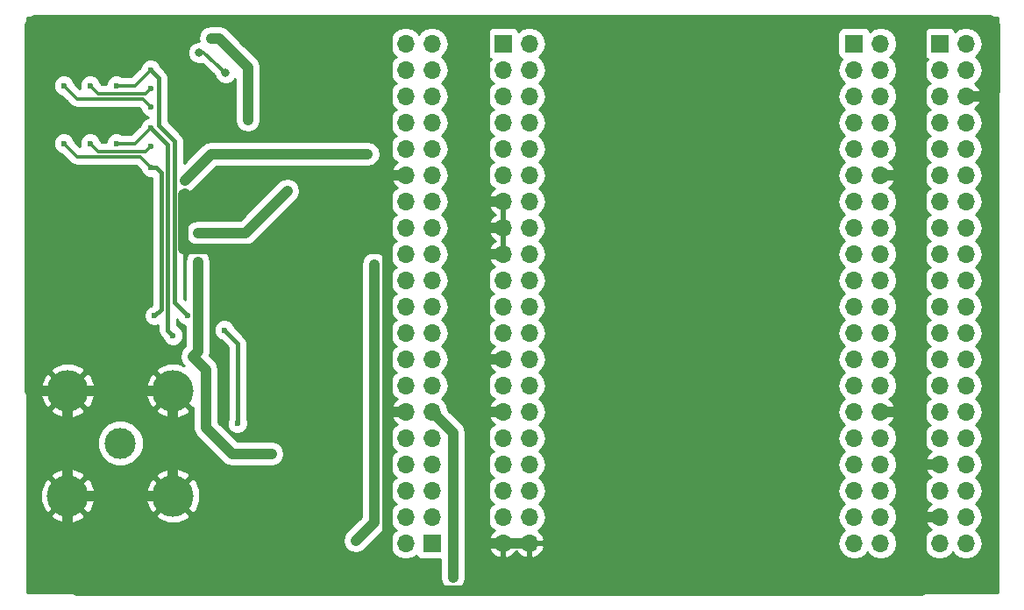
<source format=gbr>
G04 #@! TF.FileFunction,Copper,L2,Bot,Signal*
%FSLAX46Y46*%
G04 Gerber Fmt 4.6, Leading zero omitted, Abs format (unit mm)*
G04 Created by KiCad (PCBNEW 4.0.7) date 06/12/18 19:56:12*
%MOMM*%
%LPD*%
G01*
G04 APERTURE LIST*
%ADD10C,0.100000*%
%ADD11R,1.700000X1.700000*%
%ADD12O,1.700000X1.700000*%
%ADD13C,3.000000*%
%ADD14C,4.000000*%
%ADD15C,0.800000*%
%ADD16C,0.600000*%
%ADD17C,1.000000*%
%ADD18C,0.300000*%
%ADD19C,0.400000*%
%ADD20C,0.254000*%
G04 APERTURE END LIST*
D10*
D11*
X147828000Y-121412000D03*
D12*
X145288000Y-121412000D03*
X147828000Y-118872000D03*
X145288000Y-118872000D03*
X147828000Y-116332000D03*
X145288000Y-116332000D03*
X147828000Y-113792000D03*
X145288000Y-113792000D03*
X147828000Y-111252000D03*
X145288000Y-111252000D03*
X147828000Y-108712000D03*
X145288000Y-108712000D03*
X147828000Y-106172000D03*
X145288000Y-106172000D03*
X147828000Y-103632000D03*
X145288000Y-103632000D03*
X147828000Y-101092000D03*
X145288000Y-101092000D03*
X147828000Y-98552000D03*
X145288000Y-98552000D03*
X147828000Y-96012000D03*
X145288000Y-96012000D03*
X147828000Y-93472000D03*
X145288000Y-93472000D03*
X147828000Y-90932000D03*
X145288000Y-90932000D03*
X147828000Y-88392000D03*
X145288000Y-88392000D03*
X147828000Y-85852000D03*
X145288000Y-85852000D03*
X147828000Y-83312000D03*
X145288000Y-83312000D03*
X147828000Y-80772000D03*
X145288000Y-80772000D03*
X147828000Y-78232000D03*
X145288000Y-78232000D03*
X147828000Y-75692000D03*
X145288000Y-75692000D03*
X147828000Y-73152000D03*
X145288000Y-73152000D03*
D13*
X117729000Y-111760000D03*
D14*
X122809000Y-116840000D03*
X112649000Y-116840000D03*
X112649000Y-106680000D03*
X122809000Y-106680000D03*
D11*
X196850000Y-73152000D03*
D12*
X199390000Y-73152000D03*
X196850000Y-75692000D03*
X199390000Y-75692000D03*
X196850000Y-78232000D03*
X199390000Y-78232000D03*
X196850000Y-80772000D03*
X199390000Y-80772000D03*
X196850000Y-83312000D03*
X199390000Y-83312000D03*
X196850000Y-85852000D03*
X199390000Y-85852000D03*
X196850000Y-88392000D03*
X199390000Y-88392000D03*
X196850000Y-90932000D03*
X199390000Y-90932000D03*
X196850000Y-93472000D03*
X199390000Y-93472000D03*
X196850000Y-96012000D03*
X199390000Y-96012000D03*
X196850000Y-98552000D03*
X199390000Y-98552000D03*
X196850000Y-101092000D03*
X199390000Y-101092000D03*
X196850000Y-103632000D03*
X199390000Y-103632000D03*
X196850000Y-106172000D03*
X199390000Y-106172000D03*
X196850000Y-108712000D03*
X199390000Y-108712000D03*
X196850000Y-111252000D03*
X199390000Y-111252000D03*
X196850000Y-113792000D03*
X199390000Y-113792000D03*
X196850000Y-116332000D03*
X199390000Y-116332000D03*
X196850000Y-118872000D03*
X199390000Y-118872000D03*
X196850000Y-121412000D03*
X199390000Y-121412000D03*
D11*
X154686000Y-73152000D03*
D12*
X157226000Y-73152000D03*
X154686000Y-75692000D03*
X157226000Y-75692000D03*
X154686000Y-78232000D03*
X157226000Y-78232000D03*
X154686000Y-80772000D03*
X157226000Y-80772000D03*
X154686000Y-83312000D03*
X157226000Y-83312000D03*
X154686000Y-85852000D03*
X157226000Y-85852000D03*
X154686000Y-88392000D03*
X157226000Y-88392000D03*
X154686000Y-90932000D03*
X157226000Y-90932000D03*
X154686000Y-93472000D03*
X157226000Y-93472000D03*
X154686000Y-96012000D03*
X157226000Y-96012000D03*
X154686000Y-98552000D03*
X157226000Y-98552000D03*
X154686000Y-101092000D03*
X157226000Y-101092000D03*
X154686000Y-103632000D03*
X157226000Y-103632000D03*
X154686000Y-106172000D03*
X157226000Y-106172000D03*
X154686000Y-108712000D03*
X157226000Y-108712000D03*
X154686000Y-111252000D03*
X157226000Y-111252000D03*
X154686000Y-113792000D03*
X157226000Y-113792000D03*
X154686000Y-116332000D03*
X157226000Y-116332000D03*
X154686000Y-118872000D03*
X157226000Y-118872000D03*
X154686000Y-121412000D03*
X157226000Y-121412000D03*
D11*
X188595000Y-73152000D03*
D12*
X191135000Y-73152000D03*
X188595000Y-75692000D03*
X191135000Y-75692000D03*
X188595000Y-78232000D03*
X191135000Y-78232000D03*
X188595000Y-80772000D03*
X191135000Y-80772000D03*
X188595000Y-83312000D03*
X191135000Y-83312000D03*
X188595000Y-85852000D03*
X191135000Y-85852000D03*
X188595000Y-88392000D03*
X191135000Y-88392000D03*
X188595000Y-90932000D03*
X191135000Y-90932000D03*
X188595000Y-93472000D03*
X191135000Y-93472000D03*
X188595000Y-96012000D03*
X191135000Y-96012000D03*
X188595000Y-98552000D03*
X191135000Y-98552000D03*
X188595000Y-101092000D03*
X191135000Y-101092000D03*
X188595000Y-103632000D03*
X191135000Y-103632000D03*
X188595000Y-106172000D03*
X191135000Y-106172000D03*
X188595000Y-108712000D03*
X191135000Y-108712000D03*
X188595000Y-111252000D03*
X191135000Y-111252000D03*
X188595000Y-113792000D03*
X191135000Y-113792000D03*
X188595000Y-116332000D03*
X191135000Y-116332000D03*
X188595000Y-118872000D03*
X191135000Y-118872000D03*
X188595000Y-121412000D03*
X191135000Y-121412000D03*
D15*
X142621000Y-125984000D03*
X195072000Y-125984000D03*
X151638000Y-114300000D03*
X151130000Y-98552000D03*
X151130000Y-96012000D03*
X123952000Y-87630000D03*
X143510000Y-74422000D03*
X119634000Y-86868000D03*
X137160000Y-92964000D03*
X132334000Y-92964000D03*
X135636000Y-107442000D03*
X135128000Y-104648000D03*
X139446000Y-122936000D03*
X108966000Y-91186000D03*
X135890000Y-74676000D03*
X130048000Y-70866000D03*
X108966000Y-78740000D03*
X108966000Y-84328000D03*
X125222000Y-94234000D03*
X125222000Y-91440000D03*
X125349000Y-74041000D03*
X127889000Y-75946000D03*
X126492000Y-72644000D03*
X130048000Y-80518000D03*
X133858000Y-87376000D03*
X124714000Y-103378000D03*
X132334000Y-112776000D03*
X123952000Y-86360000D03*
X141605000Y-83820000D03*
X140462000Y-121158000D03*
X142240000Y-94488000D03*
D16*
X122809000Y-101346000D03*
X120650000Y-81280000D03*
X117348000Y-82804000D03*
X124206000Y-99441000D03*
X120650000Y-75692000D03*
X117348000Y-77216000D03*
D15*
X149860000Y-124714000D03*
D16*
X120650000Y-79248000D03*
X112268000Y-77216000D03*
X120650000Y-77470000D03*
X114808000Y-77216000D03*
X121031000Y-99441000D03*
X112268000Y-82804000D03*
X120650000Y-85090000D03*
X120650000Y-83058000D03*
X114808000Y-82804000D03*
X129032000Y-109855000D03*
X127762000Y-100838000D03*
D17*
X152908000Y-115062000D02*
X152146000Y-114300000D01*
X152146000Y-114300000D02*
X151638000Y-114300000D01*
X152908000Y-98552000D02*
X151130000Y-98552000D01*
X152908000Y-95758000D02*
X151384000Y-95758000D01*
X151384000Y-95758000D02*
X151130000Y-96012000D01*
X125984000Y-92964000D02*
X123836002Y-92964000D01*
X123836002Y-92964000D02*
X123836002Y-87745998D01*
X123836002Y-87745998D02*
X123952000Y-87630000D01*
X143510000Y-108712000D02*
X143510000Y-92964000D01*
X137160000Y-92964000D02*
X143510000Y-92964000D01*
X122809000Y-116840000D02*
X122809000Y-106680000D01*
X119634000Y-86868000D02*
X108966000Y-86868000D01*
X108966000Y-86868000D02*
X109220000Y-86868000D01*
X109220000Y-86868000D02*
X108966000Y-86868000D01*
X145288000Y-108712000D02*
X143510000Y-108712000D01*
X143510000Y-110490000D02*
X143510000Y-108712000D01*
X143510000Y-110490000D02*
X143510000Y-125984000D01*
X125984000Y-92964000D02*
X132334000Y-92964000D01*
X132334000Y-92964000D02*
X137160000Y-92964000D01*
X145288000Y-85852000D02*
X143510000Y-85852000D01*
X143510000Y-92964000D02*
X143510000Y-85852000D01*
X143510000Y-85852000D02*
X143510000Y-74422000D01*
X143510000Y-74422000D02*
X143510000Y-70866000D01*
X135636000Y-105156000D02*
X135636000Y-107442000D01*
X135128000Y-104648000D02*
X135636000Y-105156000D01*
X139446000Y-122936000D02*
X139446000Y-125984000D01*
X139446000Y-125984000D02*
X139446000Y-125730000D01*
X139446000Y-125730000D02*
X139446000Y-125984000D01*
X112649000Y-116840000D02*
X112649000Y-106680000D01*
X122809000Y-116840000D02*
X112649000Y-116840000D01*
X112649000Y-106680000D02*
X122809000Y-106680000D01*
X135890000Y-74676000D02*
X135890000Y-70866000D01*
X135890000Y-70866000D02*
X135890000Y-71120000D01*
X135890000Y-71120000D02*
X135890000Y-70866000D01*
X154686000Y-88392000D02*
X152908000Y-88392000D01*
X154686000Y-90932000D02*
X152908000Y-90932000D01*
X152908000Y-90932000D02*
X153162000Y-90932000D01*
X153162000Y-90932000D02*
X152908000Y-90932000D01*
X154686000Y-93472000D02*
X152908000Y-93472000D01*
X154686000Y-103632000D02*
X152908000Y-103632000D01*
X154686000Y-108712000D02*
X152908000Y-108712000D01*
X154686000Y-121412000D02*
X152908000Y-121412000D01*
X152908000Y-121412000D02*
X153162000Y-121412000D01*
X153162000Y-121412000D02*
X152908000Y-121412000D01*
X157226000Y-121412000D02*
X154686000Y-121412000D01*
X152908000Y-125984000D02*
X152908000Y-121412000D01*
X152908000Y-121412000D02*
X152908000Y-115062000D01*
X152908000Y-115062000D02*
X152908000Y-108712000D01*
X152908000Y-108712000D02*
X152908000Y-107442000D01*
X152908000Y-107442000D02*
X152908000Y-103632000D01*
X152908000Y-103632000D02*
X152908000Y-98552000D01*
X152908000Y-98552000D02*
X152908000Y-95758000D01*
X152908000Y-95758000D02*
X152908000Y-93472000D01*
X152908000Y-93472000D02*
X152908000Y-90932000D01*
X152908000Y-90932000D02*
X152908000Y-88392000D01*
X152908000Y-88392000D02*
X152908000Y-84582000D01*
X152908000Y-84582000D02*
X152908000Y-70866000D01*
X199390000Y-78232000D02*
X201676000Y-78232000D01*
X201676000Y-70866000D02*
X195072000Y-70866000D01*
X202184000Y-71374000D02*
X201676000Y-70866000D01*
X202184000Y-77724000D02*
X202184000Y-71374000D01*
X201676000Y-78232000D02*
X202184000Y-77724000D01*
X191135000Y-85852000D02*
X195072000Y-85852000D01*
X195072000Y-85852000D02*
X194818000Y-85852000D01*
X194818000Y-85852000D02*
X195072000Y-85852000D01*
X191135000Y-108712000D02*
X195072000Y-108712000D01*
X195072000Y-108712000D02*
X194818000Y-108712000D01*
X194818000Y-108712000D02*
X195072000Y-108712000D01*
X196850000Y-113792000D02*
X195072000Y-113792000D01*
X196850000Y-118872000D02*
X195072000Y-118872000D01*
X195072000Y-70866000D02*
X195072000Y-85852000D01*
X195072000Y-85852000D02*
X195072000Y-108712000D01*
X195072000Y-108712000D02*
X195072000Y-113792000D01*
X195072000Y-113792000D02*
X195072000Y-118872000D01*
X195072000Y-118872000D02*
X195072000Y-125984000D01*
X112649000Y-116840000D02*
X112649000Y-125095000D01*
X112649000Y-125095000D02*
X113538000Y-125984000D01*
X113538000Y-125984000D02*
X139446000Y-125984000D01*
X139446000Y-125984000D02*
X142621000Y-125984000D01*
X142621000Y-125984000D02*
X143510000Y-125984000D01*
X143510000Y-125984000D02*
X152908000Y-125984000D01*
X152908000Y-125984000D02*
X195072000Y-125984000D01*
X108966000Y-106680000D02*
X112649000Y-106680000D01*
X108966000Y-91186000D02*
X108966000Y-106680000D01*
X108966000Y-84328000D02*
X108966000Y-86868000D01*
X108966000Y-86868000D02*
X108966000Y-91186000D01*
X152908000Y-70866000D02*
X143510000Y-70866000D01*
X143510000Y-70866000D02*
X135890000Y-70866000D01*
X135890000Y-70866000D02*
X130048000Y-70866000D01*
X130048000Y-70866000D02*
X109474000Y-70866000D01*
X108966000Y-71374000D02*
X108966000Y-78740000D01*
X109474000Y-70866000D02*
X108966000Y-71374000D01*
X108966000Y-78740000D02*
X108966000Y-84328000D01*
X195072000Y-70866000D02*
X152908000Y-70866000D01*
X127254000Y-91440000D02*
X125222000Y-91440000D01*
X125222000Y-94234000D02*
X125222000Y-94488000D01*
D18*
X125730000Y-74041000D02*
X125349000Y-74041000D01*
X127889000Y-75946000D02*
X125730000Y-74041000D01*
D17*
X127254000Y-72644000D02*
X126492000Y-72644000D01*
X130048000Y-75438000D02*
X127254000Y-72644000D01*
X130048000Y-80518000D02*
X130048000Y-75438000D01*
X125222000Y-102870000D02*
X124714000Y-103378000D01*
X125222000Y-94488000D02*
X125222000Y-102870000D01*
X129794000Y-91440000D02*
X127254000Y-91440000D01*
X133858000Y-87376000D02*
X129794000Y-91440000D01*
X125984000Y-104648000D02*
X124714000Y-103378000D01*
X125984000Y-110236000D02*
X125984000Y-104648000D01*
X128524000Y-112776000D02*
X125984000Y-110236000D01*
X132334000Y-112776000D02*
X128524000Y-112776000D01*
X126492000Y-83820000D02*
X123952000Y-86360000D01*
X141605000Y-83820000D02*
X126492000Y-83820000D01*
X142240000Y-118618000D02*
X142240000Y-119380000D01*
X142240000Y-119380000D02*
X140462000Y-121158000D01*
X142240000Y-94488000D02*
X142240000Y-118618000D01*
D19*
X122809000Y-101346000D02*
X122301000Y-100838000D01*
X122301000Y-82931000D02*
X120650000Y-81280000D01*
X122301000Y-100838000D02*
X122301000Y-82931000D01*
D18*
X119126000Y-82804000D02*
X120650000Y-81280000D01*
X117348000Y-82804000D02*
X119126000Y-82804000D01*
D19*
X124206000Y-99441000D02*
X122936000Y-98171000D01*
X122936000Y-98171000D02*
X122936000Y-82550000D01*
X121412000Y-76454000D02*
X120650000Y-75692000D01*
X121412000Y-81026000D02*
X121412000Y-76454000D01*
X122936000Y-82550000D02*
X121412000Y-81026000D01*
D18*
X119126000Y-77216000D02*
X120650000Y-75692000D01*
X117348000Y-77216000D02*
X119126000Y-77216000D01*
D17*
X147828000Y-108712000D02*
X149860000Y-110744000D01*
X149860000Y-110744000D02*
X149860000Y-124714000D01*
D18*
X113157000Y-78105000D02*
X113538000Y-78486000D01*
X113538000Y-78486000D02*
X119888000Y-78486000D01*
X119888000Y-78486000D02*
X120650000Y-79248000D01*
X112268000Y-77216000D02*
X113157000Y-78105000D01*
X114808000Y-77216000D02*
X115570000Y-77978000D01*
X120142000Y-77978000D02*
X120650000Y-77470000D01*
X115570000Y-77978000D02*
X120142000Y-77978000D01*
D19*
X121666000Y-98806000D02*
X121666000Y-85598000D01*
X121666000Y-85598000D02*
X121158000Y-85090000D01*
X121158000Y-85090000D02*
X120650000Y-85090000D01*
X121031000Y-99441000D02*
X121666000Y-98806000D01*
D18*
X113284000Y-83820000D02*
X113538000Y-84074000D01*
X113538000Y-84074000D02*
X119634000Y-84074000D01*
X113030000Y-83566000D02*
X113284000Y-83820000D01*
X119634000Y-84074000D02*
X120650000Y-85090000D01*
X112268000Y-82804000D02*
X113030000Y-83566000D01*
X115316000Y-83312000D02*
X115570000Y-83566000D01*
X120142000Y-83566000D02*
X120650000Y-83058000D01*
X115570000Y-83566000D02*
X120142000Y-83566000D01*
X115062000Y-83058000D02*
X115316000Y-83312000D01*
X114808000Y-82804000D02*
X115062000Y-83058000D01*
D19*
X129032000Y-102108000D02*
X129032000Y-109855000D01*
X127762000Y-100838000D02*
X129032000Y-102108000D01*
D20*
G36*
X202423000Y-126223000D02*
X108727000Y-126223000D01*
X108727000Y-121158000D01*
X139235000Y-121158000D01*
X139328400Y-121627552D01*
X139594380Y-122025620D01*
X139992448Y-122291600D01*
X140462000Y-122385000D01*
X140931552Y-122291600D01*
X141329620Y-122025620D01*
X143107620Y-120247620D01*
X143373601Y-119849552D01*
X143467000Y-119380000D01*
X143467000Y-94488000D01*
X143373600Y-94018447D01*
X143107620Y-93620380D01*
X142709553Y-93354400D01*
X142240000Y-93261000D01*
X141770447Y-93354400D01*
X141372380Y-93620380D01*
X141106400Y-94018447D01*
X141013000Y-94488000D01*
X141013000Y-118871760D01*
X139594380Y-120290380D01*
X139328400Y-120688448D01*
X139235000Y-121158000D01*
X108727000Y-121158000D01*
X108727000Y-118715022D01*
X110953584Y-118715022D01*
X111174353Y-119085743D01*
X112146012Y-119479119D01*
X113194247Y-119470713D01*
X114123647Y-119085743D01*
X114344416Y-118715022D01*
X121113584Y-118715022D01*
X121334353Y-119085743D01*
X122306012Y-119479119D01*
X123354247Y-119470713D01*
X124283647Y-119085743D01*
X124504416Y-118715022D01*
X122809000Y-117019605D01*
X121113584Y-118715022D01*
X114344416Y-118715022D01*
X112649000Y-117019605D01*
X110953584Y-118715022D01*
X108727000Y-118715022D01*
X108727000Y-116337012D01*
X110009881Y-116337012D01*
X110018287Y-117385247D01*
X110403257Y-118314647D01*
X110773978Y-118535416D01*
X112469395Y-116840000D01*
X112828605Y-116840000D01*
X114524022Y-118535416D01*
X114894743Y-118314647D01*
X115288119Y-117342988D01*
X115280052Y-116337012D01*
X120169881Y-116337012D01*
X120178287Y-117385247D01*
X120563257Y-118314647D01*
X120933978Y-118535416D01*
X122629395Y-116840000D01*
X122988605Y-116840000D01*
X124684022Y-118535416D01*
X125054743Y-118314647D01*
X125448119Y-117342988D01*
X125439713Y-116294753D01*
X125054743Y-115365353D01*
X124684022Y-115144584D01*
X122988605Y-116840000D01*
X122629395Y-116840000D01*
X120933978Y-115144584D01*
X120563257Y-115365353D01*
X120169881Y-116337012D01*
X115280052Y-116337012D01*
X115279713Y-116294753D01*
X114894743Y-115365353D01*
X114524022Y-115144584D01*
X112828605Y-116840000D01*
X112469395Y-116840000D01*
X110773978Y-115144584D01*
X110403257Y-115365353D01*
X110009881Y-116337012D01*
X108727000Y-116337012D01*
X108727000Y-114964978D01*
X110953584Y-114964978D01*
X112649000Y-116660395D01*
X114344416Y-114964978D01*
X121113584Y-114964978D01*
X122809000Y-116660395D01*
X124504416Y-114964978D01*
X124283647Y-114594257D01*
X123311988Y-114200881D01*
X122263753Y-114209287D01*
X121334353Y-114594257D01*
X121113584Y-114964978D01*
X114344416Y-114964978D01*
X114123647Y-114594257D01*
X113151988Y-114200881D01*
X112103753Y-114209287D01*
X111174353Y-114594257D01*
X110953584Y-114964978D01*
X108727000Y-114964978D01*
X108727000Y-112201034D01*
X115501614Y-112201034D01*
X115839940Y-113019846D01*
X116465858Y-113646858D01*
X117284079Y-113986613D01*
X118170034Y-113987386D01*
X118988846Y-113649060D01*
X119615858Y-113023142D01*
X119955613Y-112204921D01*
X119956386Y-111318966D01*
X119618060Y-110500154D01*
X118992142Y-109873142D01*
X118173921Y-109533387D01*
X117287966Y-109532614D01*
X116469154Y-109870940D01*
X115842142Y-110496858D01*
X115502387Y-111315079D01*
X115501614Y-112201034D01*
X108727000Y-112201034D01*
X108727000Y-108555022D01*
X110953584Y-108555022D01*
X111174353Y-108925743D01*
X112146012Y-109319119D01*
X113194247Y-109310713D01*
X114123647Y-108925743D01*
X114344416Y-108555022D01*
X121113584Y-108555022D01*
X121334353Y-108925743D01*
X122306012Y-109319119D01*
X123354247Y-109310713D01*
X124283647Y-108925743D01*
X124504416Y-108555022D01*
X122809000Y-106859605D01*
X121113584Y-108555022D01*
X114344416Y-108555022D01*
X112649000Y-106859605D01*
X110953584Y-108555022D01*
X108727000Y-108555022D01*
X108727000Y-106177012D01*
X110009881Y-106177012D01*
X110018287Y-107225247D01*
X110403257Y-108154647D01*
X110773978Y-108375416D01*
X112469395Y-106680000D01*
X112828605Y-106680000D01*
X114524022Y-108375416D01*
X114894743Y-108154647D01*
X115288119Y-107182988D01*
X115280052Y-106177012D01*
X120169881Y-106177012D01*
X120178287Y-107225247D01*
X120563257Y-108154647D01*
X120933978Y-108375416D01*
X122629395Y-106680000D01*
X120933978Y-104984584D01*
X120563257Y-105205353D01*
X120169881Y-106177012D01*
X115280052Y-106177012D01*
X115279713Y-106134753D01*
X114894743Y-105205353D01*
X114524022Y-104984584D01*
X112828605Y-106680000D01*
X112469395Y-106680000D01*
X110773978Y-104984584D01*
X110403257Y-105205353D01*
X110009881Y-106177012D01*
X108727000Y-106177012D01*
X108727000Y-104804978D01*
X110953584Y-104804978D01*
X112649000Y-106500395D01*
X114344416Y-104804978D01*
X114123647Y-104434257D01*
X113151988Y-104040881D01*
X112103753Y-104049287D01*
X111174353Y-104434257D01*
X110953584Y-104804978D01*
X108727000Y-104804978D01*
X108727000Y-77419387D01*
X111240822Y-77419387D01*
X111396844Y-77796989D01*
X111685492Y-78086140D01*
X112048685Y-78236951D01*
X112536867Y-78725133D01*
X112917865Y-79106130D01*
X112917867Y-79106133D01*
X113050867Y-79195000D01*
X113202386Y-79296242D01*
X113538000Y-79363000D01*
X119524734Y-79363000D01*
X119629652Y-79467918D01*
X119778844Y-79828989D01*
X120067492Y-80118140D01*
X120419160Y-80264165D01*
X120069011Y-80408844D01*
X119779860Y-80697492D01*
X119629048Y-81060687D01*
X118762734Y-81927000D01*
X117913987Y-81927000D01*
X117553179Y-81777179D01*
X117144613Y-81776822D01*
X116767011Y-81932844D01*
X116477860Y-82221492D01*
X116321179Y-82598821D01*
X116321100Y-82689000D01*
X115933265Y-82689000D01*
X115828348Y-82584082D01*
X115679156Y-82223011D01*
X115390508Y-81933860D01*
X115013179Y-81777179D01*
X114604613Y-81776822D01*
X114227011Y-81932844D01*
X113937860Y-82221492D01*
X113781179Y-82598821D01*
X113780822Y-83007387D01*
X113829527Y-83125261D01*
X113650133Y-82945867D01*
X113650130Y-82945865D01*
X113288348Y-82584082D01*
X113139156Y-82223011D01*
X112850508Y-81933860D01*
X112473179Y-81777179D01*
X112064613Y-81776822D01*
X111687011Y-81932844D01*
X111397860Y-82221492D01*
X111241179Y-82598821D01*
X111240822Y-83007387D01*
X111396844Y-83384989D01*
X111685492Y-83674140D01*
X112048686Y-83824952D01*
X112409865Y-84186130D01*
X112409867Y-84186133D01*
X112663865Y-84440130D01*
X112663867Y-84440133D01*
X112917865Y-84694130D01*
X112917867Y-84694133D01*
X113038695Y-84774867D01*
X113202386Y-84884242D01*
X113538000Y-84951000D01*
X119270734Y-84951000D01*
X119629653Y-85309919D01*
X119778844Y-85670989D01*
X120067492Y-85960140D01*
X120444821Y-86116821D01*
X120739000Y-86117078D01*
X120739000Y-98422024D01*
X120690582Y-98470442D01*
X120450011Y-98569844D01*
X120160860Y-98858492D01*
X120004179Y-99235821D01*
X120003822Y-99644387D01*
X120159844Y-100021989D01*
X120448492Y-100311140D01*
X120825821Y-100467821D01*
X121234387Y-100468178D01*
X121374000Y-100410491D01*
X121374000Y-100838000D01*
X121444564Y-101192748D01*
X121596748Y-101420508D01*
X121645512Y-101493488D01*
X121838442Y-101686418D01*
X121937844Y-101926989D01*
X122226492Y-102216140D01*
X122603821Y-102372821D01*
X123012387Y-102373178D01*
X123389989Y-102217156D01*
X123679140Y-101928508D01*
X123835821Y-101551179D01*
X123836178Y-101142613D01*
X123680156Y-100765011D01*
X123391508Y-100475860D01*
X123228000Y-100407965D01*
X123228000Y-99773976D01*
X123235442Y-99781418D01*
X123334844Y-100021989D01*
X123623492Y-100311140D01*
X123995000Y-100465404D01*
X123995000Y-102361760D01*
X123846380Y-102510380D01*
X123580400Y-102908448D01*
X123487000Y-103378000D01*
X123580400Y-103847552D01*
X123846380Y-104245620D01*
X123865887Y-104265127D01*
X123311988Y-104040881D01*
X122263753Y-104049287D01*
X121334353Y-104434257D01*
X121113584Y-104804978D01*
X122809000Y-106500395D01*
X122823142Y-106486252D01*
X123002748Y-106665858D01*
X122988605Y-106680000D01*
X124684022Y-108375416D01*
X124757000Y-108331957D01*
X124757000Y-110236000D01*
X124850400Y-110705553D01*
X124968179Y-110881821D01*
X125116380Y-111103620D01*
X127656380Y-113643620D01*
X128054447Y-113909600D01*
X128524000Y-114003000D01*
X132334000Y-114003000D01*
X132803553Y-113909600D01*
X133201620Y-113643620D01*
X133467600Y-113245553D01*
X133561000Y-112776000D01*
X133467600Y-112306447D01*
X133201620Y-111908380D01*
X132803553Y-111642400D01*
X132334000Y-111549000D01*
X129032240Y-111549000D01*
X127211000Y-109727760D01*
X127211000Y-104648000D01*
X127117600Y-104178447D01*
X126851620Y-103780380D01*
X126364757Y-103293517D01*
X126449000Y-102870000D01*
X126449000Y-101041387D01*
X126734822Y-101041387D01*
X126890844Y-101418989D01*
X127179492Y-101708140D01*
X127421765Y-101808741D01*
X128105000Y-102491976D01*
X128105000Y-109409426D01*
X128005179Y-109649821D01*
X128004822Y-110058387D01*
X128160844Y-110435989D01*
X128449492Y-110725140D01*
X128826821Y-110881821D01*
X129235387Y-110882178D01*
X129612989Y-110726156D01*
X129902140Y-110437508D01*
X130058821Y-110060179D01*
X130059178Y-109651613D01*
X129959000Y-109409164D01*
X129959000Y-102108000D01*
X129888436Y-101753252D01*
X129687488Y-101452512D01*
X128732558Y-100497582D01*
X128633156Y-100257011D01*
X128344508Y-99967860D01*
X127967179Y-99811179D01*
X127558613Y-99810822D01*
X127181011Y-99966844D01*
X126891860Y-100255492D01*
X126735179Y-100632821D01*
X126734822Y-101041387D01*
X126449000Y-101041387D01*
X126449000Y-94234000D01*
X126355600Y-93764447D01*
X126089620Y-93366380D01*
X125691553Y-93100400D01*
X125222000Y-93007000D01*
X124752447Y-93100400D01*
X124354380Y-93366380D01*
X124088400Y-93764447D01*
X123995000Y-94234000D01*
X123995000Y-97919024D01*
X123863000Y-97787024D01*
X123863000Y-91440000D01*
X123995000Y-91440000D01*
X124088400Y-91909553D01*
X124354380Y-92307620D01*
X124752447Y-92573600D01*
X125222000Y-92667000D01*
X129794000Y-92667000D01*
X130263553Y-92573600D01*
X130661620Y-92307620D01*
X134725620Y-88243620D01*
X134991600Y-87845552D01*
X135085000Y-87376000D01*
X134991600Y-86906448D01*
X134725620Y-86508380D01*
X134327552Y-86242400D01*
X133858000Y-86149000D01*
X133388448Y-86242400D01*
X132990380Y-86508380D01*
X129285760Y-90213000D01*
X125222000Y-90213000D01*
X124752447Y-90306400D01*
X124354380Y-90572380D01*
X124088400Y-90970447D01*
X123995000Y-91440000D01*
X123863000Y-91440000D01*
X123863000Y-87569297D01*
X123952000Y-87587000D01*
X124421552Y-87493600D01*
X124819620Y-87227620D01*
X127000240Y-85047000D01*
X141605000Y-85047000D01*
X142074553Y-84953600D01*
X142472620Y-84687620D01*
X142738600Y-84289553D01*
X142832000Y-83820000D01*
X142738600Y-83350447D01*
X142472620Y-82952380D01*
X142074553Y-82686400D01*
X141605000Y-82593000D01*
X126492000Y-82593000D01*
X126022447Y-82686400D01*
X125695668Y-82904747D01*
X125624380Y-82952380D01*
X123863000Y-84713760D01*
X123863000Y-82550000D01*
X123792436Y-82195252D01*
X123591488Y-81894512D01*
X122339000Y-80642024D01*
X122339000Y-76454000D01*
X122329404Y-76405758D01*
X122268437Y-76099253D01*
X122067488Y-75798512D01*
X121620558Y-75351582D01*
X121521156Y-75111011D01*
X121232508Y-74821860D01*
X120855179Y-74665179D01*
X120446613Y-74664822D01*
X120069011Y-74820844D01*
X119779860Y-75109492D01*
X119629048Y-75472687D01*
X118762734Y-76339000D01*
X117913987Y-76339000D01*
X117553179Y-76189179D01*
X117144613Y-76188822D01*
X116767011Y-76344844D01*
X116477860Y-76633492D01*
X116321179Y-77010821D01*
X116321100Y-77101000D01*
X115933265Y-77101000D01*
X115828348Y-76996082D01*
X115679156Y-76635011D01*
X115390508Y-76345860D01*
X115013179Y-76189179D01*
X114604613Y-76188822D01*
X114227011Y-76344844D01*
X113937860Y-76633492D01*
X113781179Y-77010821D01*
X113780822Y-77419387D01*
X113829526Y-77537260D01*
X113288347Y-76996081D01*
X113139156Y-76635011D01*
X112850508Y-76345860D01*
X112473179Y-76189179D01*
X112064613Y-76188822D01*
X111687011Y-76344844D01*
X111397860Y-76633492D01*
X111241179Y-77010821D01*
X111240822Y-77419387D01*
X108727000Y-77419387D01*
X108727000Y-74264191D01*
X124221805Y-74264191D01*
X124393019Y-74678560D01*
X124709772Y-74995867D01*
X125123842Y-75167804D01*
X125572191Y-75168195D01*
X125646949Y-75137306D01*
X126761847Y-76121039D01*
X126761805Y-76169191D01*
X126933019Y-76583560D01*
X127249772Y-76900867D01*
X127663842Y-77072804D01*
X128112191Y-77073195D01*
X128526560Y-76901981D01*
X128821000Y-76608055D01*
X128821000Y-80518000D01*
X128914400Y-80987553D01*
X129180380Y-81385620D01*
X129578447Y-81651600D01*
X130048000Y-81745000D01*
X130517553Y-81651600D01*
X130915620Y-81385620D01*
X131181600Y-80987553D01*
X131275000Y-80518000D01*
X131275000Y-75438000D01*
X131245241Y-75288392D01*
X131181601Y-74968448D01*
X130915620Y-74570380D01*
X129497240Y-73152000D01*
X143680105Y-73152000D01*
X143800147Y-73755492D01*
X144141998Y-74267107D01*
X144373811Y-74422000D01*
X144141998Y-74576893D01*
X143800147Y-75088508D01*
X143680105Y-75692000D01*
X143800147Y-76295492D01*
X144141998Y-76807107D01*
X144373811Y-76962000D01*
X144141998Y-77116893D01*
X143800147Y-77628508D01*
X143680105Y-78232000D01*
X143800147Y-78835492D01*
X144141998Y-79347107D01*
X144373811Y-79502000D01*
X144141998Y-79656893D01*
X143800147Y-80168508D01*
X143680105Y-80772000D01*
X143800147Y-81375492D01*
X144141998Y-81887107D01*
X144373811Y-82042000D01*
X144141998Y-82196893D01*
X143800147Y-82708508D01*
X143680105Y-83312000D01*
X143800147Y-83915492D01*
X144141998Y-84427107D01*
X144453118Y-84634991D01*
X144406642Y-84656817D01*
X144016355Y-85085076D01*
X143846524Y-85495110D01*
X143967845Y-85725000D01*
X145161000Y-85725000D01*
X145161000Y-85705000D01*
X145415000Y-85705000D01*
X145415000Y-85725000D01*
X145435000Y-85725000D01*
X145435000Y-85979000D01*
X145415000Y-85979000D01*
X145415000Y-85999000D01*
X145161000Y-85999000D01*
X145161000Y-85979000D01*
X143967845Y-85979000D01*
X143846524Y-86208890D01*
X144016355Y-86618924D01*
X144406642Y-87047183D01*
X144453118Y-87069009D01*
X144141998Y-87276893D01*
X143800147Y-87788508D01*
X143680105Y-88392000D01*
X143800147Y-88995492D01*
X144141998Y-89507107D01*
X144373811Y-89662000D01*
X144141998Y-89816893D01*
X143800147Y-90328508D01*
X143680105Y-90932000D01*
X143800147Y-91535492D01*
X144141998Y-92047107D01*
X144373811Y-92202000D01*
X144141998Y-92356893D01*
X143800147Y-92868508D01*
X143680105Y-93472000D01*
X143800147Y-94075492D01*
X144141998Y-94587107D01*
X144373811Y-94742000D01*
X144141998Y-94896893D01*
X143800147Y-95408508D01*
X143680105Y-96012000D01*
X143800147Y-96615492D01*
X144141998Y-97127107D01*
X144373811Y-97282000D01*
X144141998Y-97436893D01*
X143800147Y-97948508D01*
X143680105Y-98552000D01*
X143800147Y-99155492D01*
X144141998Y-99667107D01*
X144373811Y-99822000D01*
X144141998Y-99976893D01*
X143800147Y-100488508D01*
X143680105Y-101092000D01*
X143800147Y-101695492D01*
X144141998Y-102207107D01*
X144373811Y-102362000D01*
X144141998Y-102516893D01*
X143800147Y-103028508D01*
X143680105Y-103632000D01*
X143800147Y-104235492D01*
X144141998Y-104747107D01*
X144373811Y-104902000D01*
X144141998Y-105056893D01*
X143800147Y-105568508D01*
X143680105Y-106172000D01*
X143800147Y-106775492D01*
X144141998Y-107287107D01*
X144453118Y-107494991D01*
X144406642Y-107516817D01*
X144016355Y-107945076D01*
X143846524Y-108355110D01*
X143967845Y-108585000D01*
X145161000Y-108585000D01*
X145161000Y-108565000D01*
X145415000Y-108565000D01*
X145415000Y-108585000D01*
X145435000Y-108585000D01*
X145435000Y-108839000D01*
X145415000Y-108839000D01*
X145415000Y-108859000D01*
X145161000Y-108859000D01*
X145161000Y-108839000D01*
X143967845Y-108839000D01*
X143846524Y-109068890D01*
X144016355Y-109478924D01*
X144406642Y-109907183D01*
X144453118Y-109929009D01*
X144141998Y-110136893D01*
X143800147Y-110648508D01*
X143680105Y-111252000D01*
X143800147Y-111855492D01*
X144141998Y-112367107D01*
X144373811Y-112522000D01*
X144141998Y-112676893D01*
X143800147Y-113188508D01*
X143680105Y-113792000D01*
X143800147Y-114395492D01*
X144141998Y-114907107D01*
X144373811Y-115062000D01*
X144141998Y-115216893D01*
X143800147Y-115728508D01*
X143680105Y-116332000D01*
X143800147Y-116935492D01*
X144141998Y-117447107D01*
X144373811Y-117602000D01*
X144141998Y-117756893D01*
X143800147Y-118268508D01*
X143680105Y-118872000D01*
X143800147Y-119475492D01*
X144141998Y-119987107D01*
X144373811Y-120142000D01*
X144141998Y-120296893D01*
X143800147Y-120808508D01*
X143680105Y-121412000D01*
X143800147Y-122015492D01*
X144141998Y-122527107D01*
X144653613Y-122868958D01*
X145257105Y-122989000D01*
X145318895Y-122989000D01*
X145922387Y-122868958D01*
X146329580Y-122596880D01*
X146446672Y-122778846D01*
X146689615Y-122944843D01*
X146978000Y-123003242D01*
X148633000Y-123003242D01*
X148633000Y-124714000D01*
X148726400Y-125183553D01*
X148992380Y-125581620D01*
X149390447Y-125847600D01*
X149860000Y-125941000D01*
X150329553Y-125847600D01*
X150727620Y-125581620D01*
X150993600Y-125183553D01*
X151087000Y-124714000D01*
X151087000Y-121768890D01*
X153244524Y-121768890D01*
X153414355Y-122178924D01*
X153804642Y-122607183D01*
X154329108Y-122853486D01*
X154559000Y-122732819D01*
X154559000Y-121539000D01*
X154813000Y-121539000D01*
X154813000Y-122732819D01*
X155042892Y-122853486D01*
X155567358Y-122607183D01*
X155956000Y-122180729D01*
X156344642Y-122607183D01*
X156869108Y-122853486D01*
X157099000Y-122732819D01*
X157099000Y-121539000D01*
X157353000Y-121539000D01*
X157353000Y-122732819D01*
X157582892Y-122853486D01*
X158107358Y-122607183D01*
X158497645Y-122178924D01*
X158667476Y-121768890D01*
X158546155Y-121539000D01*
X157353000Y-121539000D01*
X157099000Y-121539000D01*
X154813000Y-121539000D01*
X154559000Y-121539000D01*
X153365845Y-121539000D01*
X153244524Y-121768890D01*
X151087000Y-121768890D01*
X151087000Y-110744000D01*
X150993600Y-110274447D01*
X150727620Y-109876380D01*
X149404275Y-108553035D01*
X149315853Y-108108508D01*
X148974002Y-107596893D01*
X148742189Y-107442000D01*
X148974002Y-107287107D01*
X149315853Y-106775492D01*
X149435895Y-106172000D01*
X149315853Y-105568508D01*
X148974002Y-105056893D01*
X148742189Y-104902000D01*
X148974002Y-104747107D01*
X149315853Y-104235492D01*
X149435895Y-103632000D01*
X149315853Y-103028508D01*
X148974002Y-102516893D01*
X148742189Y-102362000D01*
X148974002Y-102207107D01*
X149315853Y-101695492D01*
X149435895Y-101092000D01*
X149315853Y-100488508D01*
X148974002Y-99976893D01*
X148742189Y-99822000D01*
X148974002Y-99667107D01*
X149315853Y-99155492D01*
X149435895Y-98552000D01*
X149315853Y-97948508D01*
X148974002Y-97436893D01*
X148742189Y-97282000D01*
X148974002Y-97127107D01*
X149315853Y-96615492D01*
X149435895Y-96012000D01*
X149315853Y-95408508D01*
X148974002Y-94896893D01*
X148742189Y-94742000D01*
X148974002Y-94587107D01*
X149315853Y-94075492D01*
X149435895Y-93472000D01*
X149315853Y-92868508D01*
X148974002Y-92356893D01*
X148742189Y-92202000D01*
X148974002Y-92047107D01*
X149315853Y-91535492D01*
X149364905Y-91288890D01*
X153244524Y-91288890D01*
X153414355Y-91698924D01*
X153804642Y-92127183D01*
X153963954Y-92202000D01*
X153804642Y-92276817D01*
X153414355Y-92705076D01*
X153244524Y-93115110D01*
X153365845Y-93345000D01*
X154559000Y-93345000D01*
X154559000Y-91059000D01*
X153365845Y-91059000D01*
X153244524Y-91288890D01*
X149364905Y-91288890D01*
X149435895Y-90932000D01*
X149315853Y-90328508D01*
X148974002Y-89816893D01*
X148742189Y-89662000D01*
X148974002Y-89507107D01*
X149315853Y-88995492D01*
X149364905Y-88748890D01*
X153244524Y-88748890D01*
X153414355Y-89158924D01*
X153804642Y-89587183D01*
X153963954Y-89662000D01*
X153804642Y-89736817D01*
X153414355Y-90165076D01*
X153244524Y-90575110D01*
X153365845Y-90805000D01*
X154559000Y-90805000D01*
X154559000Y-88519000D01*
X153365845Y-88519000D01*
X153244524Y-88748890D01*
X149364905Y-88748890D01*
X149435895Y-88392000D01*
X149315853Y-87788508D01*
X148974002Y-87276893D01*
X148742189Y-87122000D01*
X148974002Y-86967107D01*
X149315853Y-86455492D01*
X149435895Y-85852000D01*
X149315853Y-85248508D01*
X148974002Y-84736893D01*
X148742189Y-84582000D01*
X148974002Y-84427107D01*
X149315853Y-83915492D01*
X149435895Y-83312000D01*
X149315853Y-82708508D01*
X148974002Y-82196893D01*
X148742189Y-82042000D01*
X148974002Y-81887107D01*
X149315853Y-81375492D01*
X149435895Y-80772000D01*
X149315853Y-80168508D01*
X148974002Y-79656893D01*
X148742189Y-79502000D01*
X148974002Y-79347107D01*
X149315853Y-78835492D01*
X149435895Y-78232000D01*
X149315853Y-77628508D01*
X148974002Y-77116893D01*
X148742189Y-76962000D01*
X148974002Y-76807107D01*
X149315853Y-76295492D01*
X149435895Y-75692000D01*
X153078105Y-75692000D01*
X153198147Y-76295492D01*
X153539998Y-76807107D01*
X153771811Y-76962000D01*
X153539998Y-77116893D01*
X153198147Y-77628508D01*
X153078105Y-78232000D01*
X153198147Y-78835492D01*
X153539998Y-79347107D01*
X153771811Y-79502000D01*
X153539998Y-79656893D01*
X153198147Y-80168508D01*
X153078105Y-80772000D01*
X153198147Y-81375492D01*
X153539998Y-81887107D01*
X153771811Y-82042000D01*
X153539998Y-82196893D01*
X153198147Y-82708508D01*
X153078105Y-83312000D01*
X153198147Y-83915492D01*
X153539998Y-84427107D01*
X153771811Y-84582000D01*
X153539998Y-84736893D01*
X153198147Y-85248508D01*
X153078105Y-85852000D01*
X153198147Y-86455492D01*
X153539998Y-86967107D01*
X153851118Y-87174991D01*
X153804642Y-87196817D01*
X153414355Y-87625076D01*
X153244524Y-88035110D01*
X153365845Y-88265000D01*
X154559000Y-88265000D01*
X154559000Y-88245000D01*
X154813000Y-88245000D01*
X154813000Y-88265000D01*
X154833000Y-88265000D01*
X154833000Y-88519000D01*
X154813000Y-88519000D01*
X154813000Y-90805000D01*
X154833000Y-90805000D01*
X154833000Y-91059000D01*
X154813000Y-91059000D01*
X154813000Y-93345000D01*
X154833000Y-93345000D01*
X154833000Y-93599000D01*
X154813000Y-93599000D01*
X154813000Y-93619000D01*
X154559000Y-93619000D01*
X154559000Y-93599000D01*
X153365845Y-93599000D01*
X153244524Y-93828890D01*
X153414355Y-94238924D01*
X153804642Y-94667183D01*
X153851118Y-94689009D01*
X153539998Y-94896893D01*
X153198147Y-95408508D01*
X153078105Y-96012000D01*
X153198147Y-96615492D01*
X153539998Y-97127107D01*
X153771811Y-97282000D01*
X153539998Y-97436893D01*
X153198147Y-97948508D01*
X153078105Y-98552000D01*
X153198147Y-99155492D01*
X153539998Y-99667107D01*
X153771811Y-99822000D01*
X153539998Y-99976893D01*
X153198147Y-100488508D01*
X153078105Y-101092000D01*
X153198147Y-101695492D01*
X153539998Y-102207107D01*
X153851118Y-102414991D01*
X153804642Y-102436817D01*
X153414355Y-102865076D01*
X153244524Y-103275110D01*
X153365845Y-103505000D01*
X154559000Y-103505000D01*
X154559000Y-103485000D01*
X154813000Y-103485000D01*
X154813000Y-103505000D01*
X154833000Y-103505000D01*
X154833000Y-103759000D01*
X154813000Y-103759000D01*
X154813000Y-103779000D01*
X154559000Y-103779000D01*
X154559000Y-103759000D01*
X153365845Y-103759000D01*
X153244524Y-103988890D01*
X153414355Y-104398924D01*
X153804642Y-104827183D01*
X153851118Y-104849009D01*
X153539998Y-105056893D01*
X153198147Y-105568508D01*
X153078105Y-106172000D01*
X153198147Y-106775492D01*
X153539998Y-107287107D01*
X153851118Y-107494991D01*
X153804642Y-107516817D01*
X153414355Y-107945076D01*
X153244524Y-108355110D01*
X153365845Y-108585000D01*
X154559000Y-108585000D01*
X154559000Y-108565000D01*
X154813000Y-108565000D01*
X154813000Y-108585000D01*
X154833000Y-108585000D01*
X154833000Y-108839000D01*
X154813000Y-108839000D01*
X154813000Y-108859000D01*
X154559000Y-108859000D01*
X154559000Y-108839000D01*
X153365845Y-108839000D01*
X153244524Y-109068890D01*
X153414355Y-109478924D01*
X153804642Y-109907183D01*
X153851118Y-109929009D01*
X153539998Y-110136893D01*
X153198147Y-110648508D01*
X153078105Y-111252000D01*
X153198147Y-111855492D01*
X153539998Y-112367107D01*
X153771811Y-112522000D01*
X153539998Y-112676893D01*
X153198147Y-113188508D01*
X153078105Y-113792000D01*
X153198147Y-114395492D01*
X153539998Y-114907107D01*
X153771811Y-115062000D01*
X153539998Y-115216893D01*
X153198147Y-115728508D01*
X153078105Y-116332000D01*
X153198147Y-116935492D01*
X153539998Y-117447107D01*
X153771811Y-117602000D01*
X153539998Y-117756893D01*
X153198147Y-118268508D01*
X153078105Y-118872000D01*
X153198147Y-119475492D01*
X153539998Y-119987107D01*
X153851118Y-120194991D01*
X153804642Y-120216817D01*
X153414355Y-120645076D01*
X153244524Y-121055110D01*
X153365845Y-121285000D01*
X154559000Y-121285000D01*
X154559000Y-121265000D01*
X154813000Y-121265000D01*
X154813000Y-121285000D01*
X157099000Y-121285000D01*
X157099000Y-121265000D01*
X157353000Y-121265000D01*
X157353000Y-121285000D01*
X158546155Y-121285000D01*
X158667476Y-121055110D01*
X158497645Y-120645076D01*
X158107358Y-120216817D01*
X158060882Y-120194991D01*
X158372002Y-119987107D01*
X158713853Y-119475492D01*
X158833895Y-118872000D01*
X158713853Y-118268508D01*
X158372002Y-117756893D01*
X158140189Y-117602000D01*
X158372002Y-117447107D01*
X158713853Y-116935492D01*
X158833895Y-116332000D01*
X158713853Y-115728508D01*
X158372002Y-115216893D01*
X158140189Y-115062000D01*
X158372002Y-114907107D01*
X158713853Y-114395492D01*
X158833895Y-113792000D01*
X158713853Y-113188508D01*
X158372002Y-112676893D01*
X158140189Y-112522000D01*
X158372002Y-112367107D01*
X158713853Y-111855492D01*
X158833895Y-111252000D01*
X158713853Y-110648508D01*
X158372002Y-110136893D01*
X158140189Y-109982000D01*
X158372002Y-109827107D01*
X158713853Y-109315492D01*
X158833895Y-108712000D01*
X158713853Y-108108508D01*
X158372002Y-107596893D01*
X158140189Y-107442000D01*
X158372002Y-107287107D01*
X158713853Y-106775492D01*
X158833895Y-106172000D01*
X158713853Y-105568508D01*
X158372002Y-105056893D01*
X158140189Y-104902000D01*
X158372002Y-104747107D01*
X158713853Y-104235492D01*
X158833895Y-103632000D01*
X158713853Y-103028508D01*
X158372002Y-102516893D01*
X158140189Y-102362000D01*
X158372002Y-102207107D01*
X158713853Y-101695492D01*
X158833895Y-101092000D01*
X158713853Y-100488508D01*
X158372002Y-99976893D01*
X158140189Y-99822000D01*
X158372002Y-99667107D01*
X158713853Y-99155492D01*
X158833895Y-98552000D01*
X158713853Y-97948508D01*
X158372002Y-97436893D01*
X158140189Y-97282000D01*
X158372002Y-97127107D01*
X158713853Y-96615492D01*
X158833895Y-96012000D01*
X158713853Y-95408508D01*
X158372002Y-94896893D01*
X158140189Y-94742000D01*
X158372002Y-94587107D01*
X158713853Y-94075492D01*
X158833895Y-93472000D01*
X158713853Y-92868508D01*
X158372002Y-92356893D01*
X158140189Y-92202000D01*
X158372002Y-92047107D01*
X158713853Y-91535492D01*
X158833895Y-90932000D01*
X158713853Y-90328508D01*
X158372002Y-89816893D01*
X158140189Y-89662000D01*
X158372002Y-89507107D01*
X158713853Y-88995492D01*
X158833895Y-88392000D01*
X158713853Y-87788508D01*
X158372002Y-87276893D01*
X158140189Y-87122000D01*
X158372002Y-86967107D01*
X158713853Y-86455492D01*
X158833895Y-85852000D01*
X158713853Y-85248508D01*
X158372002Y-84736893D01*
X158140189Y-84582000D01*
X158372002Y-84427107D01*
X158713853Y-83915492D01*
X158833895Y-83312000D01*
X158713853Y-82708508D01*
X158372002Y-82196893D01*
X158140189Y-82042000D01*
X158372002Y-81887107D01*
X158713853Y-81375492D01*
X158833895Y-80772000D01*
X158713853Y-80168508D01*
X158372002Y-79656893D01*
X158140189Y-79502000D01*
X158372002Y-79347107D01*
X158713853Y-78835492D01*
X158833895Y-78232000D01*
X158713853Y-77628508D01*
X158372002Y-77116893D01*
X158140189Y-76962000D01*
X158372002Y-76807107D01*
X158713853Y-76295492D01*
X158833895Y-75692000D01*
X186987105Y-75692000D01*
X187107147Y-76295492D01*
X187448998Y-76807107D01*
X187680811Y-76962000D01*
X187448998Y-77116893D01*
X187107147Y-77628508D01*
X186987105Y-78232000D01*
X187107147Y-78835492D01*
X187448998Y-79347107D01*
X187680811Y-79502000D01*
X187448998Y-79656893D01*
X187107147Y-80168508D01*
X186987105Y-80772000D01*
X187107147Y-81375492D01*
X187448998Y-81887107D01*
X187680811Y-82042000D01*
X187448998Y-82196893D01*
X187107147Y-82708508D01*
X186987105Y-83312000D01*
X187107147Y-83915492D01*
X187448998Y-84427107D01*
X187680811Y-84582000D01*
X187448998Y-84736893D01*
X187107147Y-85248508D01*
X186987105Y-85852000D01*
X187107147Y-86455492D01*
X187448998Y-86967107D01*
X187680811Y-87122000D01*
X187448998Y-87276893D01*
X187107147Y-87788508D01*
X186987105Y-88392000D01*
X187107147Y-88995492D01*
X187448998Y-89507107D01*
X187680811Y-89662000D01*
X187448998Y-89816893D01*
X187107147Y-90328508D01*
X186987105Y-90932000D01*
X187107147Y-91535492D01*
X187448998Y-92047107D01*
X187680811Y-92202000D01*
X187448998Y-92356893D01*
X187107147Y-92868508D01*
X186987105Y-93472000D01*
X187107147Y-94075492D01*
X187448998Y-94587107D01*
X187680811Y-94742000D01*
X187448998Y-94896893D01*
X187107147Y-95408508D01*
X186987105Y-96012000D01*
X187107147Y-96615492D01*
X187448998Y-97127107D01*
X187680811Y-97282000D01*
X187448998Y-97436893D01*
X187107147Y-97948508D01*
X186987105Y-98552000D01*
X187107147Y-99155492D01*
X187448998Y-99667107D01*
X187680811Y-99822000D01*
X187448998Y-99976893D01*
X187107147Y-100488508D01*
X186987105Y-101092000D01*
X187107147Y-101695492D01*
X187448998Y-102207107D01*
X187680811Y-102362000D01*
X187448998Y-102516893D01*
X187107147Y-103028508D01*
X186987105Y-103632000D01*
X187107147Y-104235492D01*
X187448998Y-104747107D01*
X187680811Y-104902000D01*
X187448998Y-105056893D01*
X187107147Y-105568508D01*
X186987105Y-106172000D01*
X187107147Y-106775492D01*
X187448998Y-107287107D01*
X187680811Y-107442000D01*
X187448998Y-107596893D01*
X187107147Y-108108508D01*
X186987105Y-108712000D01*
X187107147Y-109315492D01*
X187448998Y-109827107D01*
X187680811Y-109982000D01*
X187448998Y-110136893D01*
X187107147Y-110648508D01*
X186987105Y-111252000D01*
X187107147Y-111855492D01*
X187448998Y-112367107D01*
X187680811Y-112522000D01*
X187448998Y-112676893D01*
X187107147Y-113188508D01*
X186987105Y-113792000D01*
X187107147Y-114395492D01*
X187448998Y-114907107D01*
X187680811Y-115062000D01*
X187448998Y-115216893D01*
X187107147Y-115728508D01*
X186987105Y-116332000D01*
X187107147Y-116935492D01*
X187448998Y-117447107D01*
X187680811Y-117602000D01*
X187448998Y-117756893D01*
X187107147Y-118268508D01*
X186987105Y-118872000D01*
X187107147Y-119475492D01*
X187448998Y-119987107D01*
X187680811Y-120142000D01*
X187448998Y-120296893D01*
X187107147Y-120808508D01*
X186987105Y-121412000D01*
X187107147Y-122015492D01*
X187448998Y-122527107D01*
X187960613Y-122868958D01*
X188564105Y-122989000D01*
X188625895Y-122989000D01*
X189229387Y-122868958D01*
X189741002Y-122527107D01*
X189865000Y-122341531D01*
X189988998Y-122527107D01*
X190500613Y-122868958D01*
X191104105Y-122989000D01*
X191165895Y-122989000D01*
X191769387Y-122868958D01*
X192281002Y-122527107D01*
X192622853Y-122015492D01*
X192742895Y-121412000D01*
X192622853Y-120808508D01*
X192281002Y-120296893D01*
X192049189Y-120142000D01*
X192281002Y-119987107D01*
X192622853Y-119475492D01*
X192742895Y-118872000D01*
X192622853Y-118268508D01*
X192281002Y-117756893D01*
X192049189Y-117602000D01*
X192281002Y-117447107D01*
X192622853Y-116935492D01*
X192742895Y-116332000D01*
X192622853Y-115728508D01*
X192281002Y-115216893D01*
X192049189Y-115062000D01*
X192281002Y-114907107D01*
X192622853Y-114395492D01*
X192742895Y-113792000D01*
X192622853Y-113188508D01*
X192281002Y-112676893D01*
X192049189Y-112522000D01*
X192281002Y-112367107D01*
X192622853Y-111855492D01*
X192742895Y-111252000D01*
X192622853Y-110648508D01*
X192281002Y-110136893D01*
X191969882Y-109929009D01*
X192016358Y-109907183D01*
X192406645Y-109478924D01*
X192576476Y-109068890D01*
X192455155Y-108839000D01*
X191262000Y-108839000D01*
X191262000Y-108859000D01*
X191008000Y-108859000D01*
X191008000Y-108839000D01*
X190988000Y-108839000D01*
X190988000Y-108585000D01*
X191008000Y-108585000D01*
X191008000Y-108565000D01*
X191262000Y-108565000D01*
X191262000Y-108585000D01*
X192455155Y-108585000D01*
X192576476Y-108355110D01*
X192406645Y-107945076D01*
X192016358Y-107516817D01*
X191969882Y-107494991D01*
X192281002Y-107287107D01*
X192622853Y-106775492D01*
X192742895Y-106172000D01*
X192622853Y-105568508D01*
X192281002Y-105056893D01*
X192049189Y-104902000D01*
X192281002Y-104747107D01*
X192622853Y-104235492D01*
X192742895Y-103632000D01*
X192622853Y-103028508D01*
X192281002Y-102516893D01*
X192049189Y-102362000D01*
X192281002Y-102207107D01*
X192622853Y-101695492D01*
X192742895Y-101092000D01*
X192622853Y-100488508D01*
X192281002Y-99976893D01*
X192049189Y-99822000D01*
X192281002Y-99667107D01*
X192622853Y-99155492D01*
X192742895Y-98552000D01*
X192622853Y-97948508D01*
X192281002Y-97436893D01*
X192049189Y-97282000D01*
X192281002Y-97127107D01*
X192622853Y-96615492D01*
X192742895Y-96012000D01*
X192622853Y-95408508D01*
X192281002Y-94896893D01*
X192049189Y-94742000D01*
X192281002Y-94587107D01*
X192622853Y-94075492D01*
X192742895Y-93472000D01*
X192622853Y-92868508D01*
X192281002Y-92356893D01*
X192049189Y-92202000D01*
X192281002Y-92047107D01*
X192622853Y-91535492D01*
X192742895Y-90932000D01*
X192622853Y-90328508D01*
X192281002Y-89816893D01*
X192049189Y-89662000D01*
X192281002Y-89507107D01*
X192622853Y-88995492D01*
X192742895Y-88392000D01*
X192622853Y-87788508D01*
X192281002Y-87276893D01*
X191969882Y-87069009D01*
X192016358Y-87047183D01*
X192406645Y-86618924D01*
X192576476Y-86208890D01*
X192455155Y-85979000D01*
X191262000Y-85979000D01*
X191262000Y-85999000D01*
X191008000Y-85999000D01*
X191008000Y-85979000D01*
X190988000Y-85979000D01*
X190988000Y-85725000D01*
X191008000Y-85725000D01*
X191008000Y-85705000D01*
X191262000Y-85705000D01*
X191262000Y-85725000D01*
X192455155Y-85725000D01*
X192576476Y-85495110D01*
X192406645Y-85085076D01*
X192016358Y-84656817D01*
X191969882Y-84634991D01*
X192281002Y-84427107D01*
X192622853Y-83915492D01*
X192742895Y-83312000D01*
X192622853Y-82708508D01*
X192281002Y-82196893D01*
X192049189Y-82042000D01*
X192281002Y-81887107D01*
X192622853Y-81375492D01*
X192742895Y-80772000D01*
X192622853Y-80168508D01*
X192281002Y-79656893D01*
X192049189Y-79502000D01*
X192281002Y-79347107D01*
X192622853Y-78835492D01*
X192742895Y-78232000D01*
X192622853Y-77628508D01*
X192281002Y-77116893D01*
X192049189Y-76962000D01*
X192281002Y-76807107D01*
X192622853Y-76295492D01*
X192742895Y-75692000D01*
X195242105Y-75692000D01*
X195362147Y-76295492D01*
X195703998Y-76807107D01*
X195935811Y-76962000D01*
X195703998Y-77116893D01*
X195362147Y-77628508D01*
X195242105Y-78232000D01*
X195362147Y-78835492D01*
X195703998Y-79347107D01*
X195935811Y-79502000D01*
X195703998Y-79656893D01*
X195362147Y-80168508D01*
X195242105Y-80772000D01*
X195362147Y-81375492D01*
X195703998Y-81887107D01*
X195935811Y-82042000D01*
X195703998Y-82196893D01*
X195362147Y-82708508D01*
X195242105Y-83312000D01*
X195362147Y-83915492D01*
X195703998Y-84427107D01*
X195935811Y-84582000D01*
X195703998Y-84736893D01*
X195362147Y-85248508D01*
X195242105Y-85852000D01*
X195362147Y-86455492D01*
X195703998Y-86967107D01*
X195935811Y-87122000D01*
X195703998Y-87276893D01*
X195362147Y-87788508D01*
X195242105Y-88392000D01*
X195362147Y-88995492D01*
X195703998Y-89507107D01*
X195935811Y-89662000D01*
X195703998Y-89816893D01*
X195362147Y-90328508D01*
X195242105Y-90932000D01*
X195362147Y-91535492D01*
X195703998Y-92047107D01*
X195935811Y-92202000D01*
X195703998Y-92356893D01*
X195362147Y-92868508D01*
X195242105Y-93472000D01*
X195362147Y-94075492D01*
X195703998Y-94587107D01*
X195935811Y-94742000D01*
X195703998Y-94896893D01*
X195362147Y-95408508D01*
X195242105Y-96012000D01*
X195362147Y-96615492D01*
X195703998Y-97127107D01*
X195935811Y-97282000D01*
X195703998Y-97436893D01*
X195362147Y-97948508D01*
X195242105Y-98552000D01*
X195362147Y-99155492D01*
X195703998Y-99667107D01*
X195935811Y-99822000D01*
X195703998Y-99976893D01*
X195362147Y-100488508D01*
X195242105Y-101092000D01*
X195362147Y-101695492D01*
X195703998Y-102207107D01*
X195935811Y-102362000D01*
X195703998Y-102516893D01*
X195362147Y-103028508D01*
X195242105Y-103632000D01*
X195362147Y-104235492D01*
X195703998Y-104747107D01*
X195935811Y-104902000D01*
X195703998Y-105056893D01*
X195362147Y-105568508D01*
X195242105Y-106172000D01*
X195362147Y-106775492D01*
X195703998Y-107287107D01*
X195935811Y-107442000D01*
X195703998Y-107596893D01*
X195362147Y-108108508D01*
X195242105Y-108712000D01*
X195362147Y-109315492D01*
X195703998Y-109827107D01*
X195935811Y-109982000D01*
X195703998Y-110136893D01*
X195362147Y-110648508D01*
X195242105Y-111252000D01*
X195362147Y-111855492D01*
X195703998Y-112367107D01*
X196015118Y-112574991D01*
X195968642Y-112596817D01*
X195578355Y-113025076D01*
X195408524Y-113435110D01*
X195529845Y-113665000D01*
X196723000Y-113665000D01*
X196723000Y-113645000D01*
X196977000Y-113645000D01*
X196977000Y-113665000D01*
X196997000Y-113665000D01*
X196997000Y-113919000D01*
X196977000Y-113919000D01*
X196977000Y-113939000D01*
X196723000Y-113939000D01*
X196723000Y-113919000D01*
X195529845Y-113919000D01*
X195408524Y-114148890D01*
X195578355Y-114558924D01*
X195968642Y-114987183D01*
X196015118Y-115009009D01*
X195703998Y-115216893D01*
X195362147Y-115728508D01*
X195242105Y-116332000D01*
X195362147Y-116935492D01*
X195703998Y-117447107D01*
X196015118Y-117654991D01*
X195968642Y-117676817D01*
X195578355Y-118105076D01*
X195408524Y-118515110D01*
X195529845Y-118745000D01*
X196723000Y-118745000D01*
X196723000Y-118725000D01*
X196977000Y-118725000D01*
X196977000Y-118745000D01*
X196997000Y-118745000D01*
X196997000Y-118999000D01*
X196977000Y-118999000D01*
X196977000Y-119019000D01*
X196723000Y-119019000D01*
X196723000Y-118999000D01*
X195529845Y-118999000D01*
X195408524Y-119228890D01*
X195578355Y-119638924D01*
X195968642Y-120067183D01*
X196015118Y-120089009D01*
X195703998Y-120296893D01*
X195362147Y-120808508D01*
X195242105Y-121412000D01*
X195362147Y-122015492D01*
X195703998Y-122527107D01*
X196215613Y-122868958D01*
X196819105Y-122989000D01*
X196880895Y-122989000D01*
X197484387Y-122868958D01*
X197996002Y-122527107D01*
X198120000Y-122341531D01*
X198243998Y-122527107D01*
X198755613Y-122868958D01*
X199359105Y-122989000D01*
X199420895Y-122989000D01*
X200024387Y-122868958D01*
X200536002Y-122527107D01*
X200877853Y-122015492D01*
X200997895Y-121412000D01*
X200877853Y-120808508D01*
X200536002Y-120296893D01*
X200304189Y-120142000D01*
X200536002Y-119987107D01*
X200877853Y-119475492D01*
X200997895Y-118872000D01*
X200877853Y-118268508D01*
X200536002Y-117756893D01*
X200304189Y-117602000D01*
X200536002Y-117447107D01*
X200877853Y-116935492D01*
X200997895Y-116332000D01*
X200877853Y-115728508D01*
X200536002Y-115216893D01*
X200304189Y-115062000D01*
X200536002Y-114907107D01*
X200877853Y-114395492D01*
X200997895Y-113792000D01*
X200877853Y-113188508D01*
X200536002Y-112676893D01*
X200304189Y-112522000D01*
X200536002Y-112367107D01*
X200877853Y-111855492D01*
X200997895Y-111252000D01*
X200877853Y-110648508D01*
X200536002Y-110136893D01*
X200304189Y-109982000D01*
X200536002Y-109827107D01*
X200877853Y-109315492D01*
X200997895Y-108712000D01*
X200877853Y-108108508D01*
X200536002Y-107596893D01*
X200304189Y-107442000D01*
X200536002Y-107287107D01*
X200877853Y-106775492D01*
X200997895Y-106172000D01*
X200877853Y-105568508D01*
X200536002Y-105056893D01*
X200304189Y-104902000D01*
X200536002Y-104747107D01*
X200877853Y-104235492D01*
X200997895Y-103632000D01*
X200877853Y-103028508D01*
X200536002Y-102516893D01*
X200304189Y-102362000D01*
X200536002Y-102207107D01*
X200877853Y-101695492D01*
X200997895Y-101092000D01*
X200877853Y-100488508D01*
X200536002Y-99976893D01*
X200304189Y-99822000D01*
X200536002Y-99667107D01*
X200877853Y-99155492D01*
X200997895Y-98552000D01*
X200877853Y-97948508D01*
X200536002Y-97436893D01*
X200304189Y-97282000D01*
X200536002Y-97127107D01*
X200877853Y-96615492D01*
X200997895Y-96012000D01*
X200877853Y-95408508D01*
X200536002Y-94896893D01*
X200304189Y-94742000D01*
X200536002Y-94587107D01*
X200877853Y-94075492D01*
X200997895Y-93472000D01*
X200877853Y-92868508D01*
X200536002Y-92356893D01*
X200304189Y-92202000D01*
X200536002Y-92047107D01*
X200877853Y-91535492D01*
X200997895Y-90932000D01*
X200877853Y-90328508D01*
X200536002Y-89816893D01*
X200304189Y-89662000D01*
X200536002Y-89507107D01*
X200877853Y-88995492D01*
X200997895Y-88392000D01*
X200877853Y-87788508D01*
X200536002Y-87276893D01*
X200304189Y-87122000D01*
X200536002Y-86967107D01*
X200877853Y-86455492D01*
X200997895Y-85852000D01*
X200877853Y-85248508D01*
X200536002Y-84736893D01*
X200304189Y-84582000D01*
X200536002Y-84427107D01*
X200877853Y-83915492D01*
X200997895Y-83312000D01*
X200877853Y-82708508D01*
X200536002Y-82196893D01*
X200304189Y-82042000D01*
X200536002Y-81887107D01*
X200877853Y-81375492D01*
X200997895Y-80772000D01*
X200877853Y-80168508D01*
X200536002Y-79656893D01*
X200224882Y-79449009D01*
X200271358Y-79427183D01*
X200661645Y-78998924D01*
X200831476Y-78588890D01*
X200710155Y-78359000D01*
X199517000Y-78359000D01*
X199517000Y-78379000D01*
X199263000Y-78379000D01*
X199263000Y-78359000D01*
X199243000Y-78359000D01*
X199243000Y-78105000D01*
X199263000Y-78105000D01*
X199263000Y-78085000D01*
X199517000Y-78085000D01*
X199517000Y-78105000D01*
X200710155Y-78105000D01*
X200831476Y-77875110D01*
X200661645Y-77465076D01*
X200271358Y-77036817D01*
X200224882Y-77014991D01*
X200536002Y-76807107D01*
X200877853Y-76295492D01*
X200997895Y-75692000D01*
X200877853Y-75088508D01*
X200536002Y-74576893D01*
X200304189Y-74422000D01*
X200536002Y-74267107D01*
X200877853Y-73755492D01*
X200997895Y-73152000D01*
X200877853Y-72548508D01*
X200536002Y-72036893D01*
X200024387Y-71695042D01*
X199420895Y-71575000D01*
X199359105Y-71575000D01*
X198755613Y-71695042D01*
X198348420Y-71967120D01*
X198231328Y-71785154D01*
X197988385Y-71619157D01*
X197700000Y-71560758D01*
X196000000Y-71560758D01*
X195730590Y-71611451D01*
X195483154Y-71770672D01*
X195317157Y-72013615D01*
X195258758Y-72302000D01*
X195258758Y-74002000D01*
X195309451Y-74271410D01*
X195468672Y-74518846D01*
X195656864Y-74647433D01*
X195362147Y-75088508D01*
X195242105Y-75692000D01*
X192742895Y-75692000D01*
X192622853Y-75088508D01*
X192281002Y-74576893D01*
X192049189Y-74422000D01*
X192281002Y-74267107D01*
X192622853Y-73755492D01*
X192742895Y-73152000D01*
X192622853Y-72548508D01*
X192281002Y-72036893D01*
X191769387Y-71695042D01*
X191165895Y-71575000D01*
X191104105Y-71575000D01*
X190500613Y-71695042D01*
X190093420Y-71967120D01*
X189976328Y-71785154D01*
X189733385Y-71619157D01*
X189445000Y-71560758D01*
X187745000Y-71560758D01*
X187475590Y-71611451D01*
X187228154Y-71770672D01*
X187062157Y-72013615D01*
X187003758Y-72302000D01*
X187003758Y-74002000D01*
X187054451Y-74271410D01*
X187213672Y-74518846D01*
X187401864Y-74647433D01*
X187107147Y-75088508D01*
X186987105Y-75692000D01*
X158833895Y-75692000D01*
X158713853Y-75088508D01*
X158372002Y-74576893D01*
X158140189Y-74422000D01*
X158372002Y-74267107D01*
X158713853Y-73755492D01*
X158833895Y-73152000D01*
X158713853Y-72548508D01*
X158372002Y-72036893D01*
X157860387Y-71695042D01*
X157256895Y-71575000D01*
X157195105Y-71575000D01*
X156591613Y-71695042D01*
X156184420Y-71967120D01*
X156067328Y-71785154D01*
X155824385Y-71619157D01*
X155536000Y-71560758D01*
X153836000Y-71560758D01*
X153566590Y-71611451D01*
X153319154Y-71770672D01*
X153153157Y-72013615D01*
X153094758Y-72302000D01*
X153094758Y-74002000D01*
X153145451Y-74271410D01*
X153304672Y-74518846D01*
X153492864Y-74647433D01*
X153198147Y-75088508D01*
X153078105Y-75692000D01*
X149435895Y-75692000D01*
X149315853Y-75088508D01*
X148974002Y-74576893D01*
X148742189Y-74422000D01*
X148974002Y-74267107D01*
X149315853Y-73755492D01*
X149435895Y-73152000D01*
X149315853Y-72548508D01*
X148974002Y-72036893D01*
X148462387Y-71695042D01*
X147858895Y-71575000D01*
X147797105Y-71575000D01*
X147193613Y-71695042D01*
X146681998Y-72036893D01*
X146558000Y-72222469D01*
X146434002Y-72036893D01*
X145922387Y-71695042D01*
X145318895Y-71575000D01*
X145257105Y-71575000D01*
X144653613Y-71695042D01*
X144141998Y-72036893D01*
X143800147Y-72548508D01*
X143680105Y-73152000D01*
X129497240Y-73152000D01*
X128121620Y-71776380D01*
X127999889Y-71695042D01*
X127723553Y-71510400D01*
X127254000Y-71417000D01*
X126492000Y-71417000D01*
X126022447Y-71510400D01*
X125624380Y-71776380D01*
X125358400Y-72174447D01*
X125265000Y-72644000D01*
X125318701Y-72913973D01*
X125125809Y-72913805D01*
X124711440Y-73085019D01*
X124394133Y-73401772D01*
X124222196Y-73815842D01*
X124221805Y-74264191D01*
X108727000Y-74264191D01*
X108727000Y-70627000D01*
X202423000Y-70627000D01*
X202423000Y-126223000D01*
X202423000Y-126223000D01*
G37*
X202423000Y-126223000D02*
X108727000Y-126223000D01*
X108727000Y-121158000D01*
X139235000Y-121158000D01*
X139328400Y-121627552D01*
X139594380Y-122025620D01*
X139992448Y-122291600D01*
X140462000Y-122385000D01*
X140931552Y-122291600D01*
X141329620Y-122025620D01*
X143107620Y-120247620D01*
X143373601Y-119849552D01*
X143467000Y-119380000D01*
X143467000Y-94488000D01*
X143373600Y-94018447D01*
X143107620Y-93620380D01*
X142709553Y-93354400D01*
X142240000Y-93261000D01*
X141770447Y-93354400D01*
X141372380Y-93620380D01*
X141106400Y-94018447D01*
X141013000Y-94488000D01*
X141013000Y-118871760D01*
X139594380Y-120290380D01*
X139328400Y-120688448D01*
X139235000Y-121158000D01*
X108727000Y-121158000D01*
X108727000Y-118715022D01*
X110953584Y-118715022D01*
X111174353Y-119085743D01*
X112146012Y-119479119D01*
X113194247Y-119470713D01*
X114123647Y-119085743D01*
X114344416Y-118715022D01*
X121113584Y-118715022D01*
X121334353Y-119085743D01*
X122306012Y-119479119D01*
X123354247Y-119470713D01*
X124283647Y-119085743D01*
X124504416Y-118715022D01*
X122809000Y-117019605D01*
X121113584Y-118715022D01*
X114344416Y-118715022D01*
X112649000Y-117019605D01*
X110953584Y-118715022D01*
X108727000Y-118715022D01*
X108727000Y-116337012D01*
X110009881Y-116337012D01*
X110018287Y-117385247D01*
X110403257Y-118314647D01*
X110773978Y-118535416D01*
X112469395Y-116840000D01*
X112828605Y-116840000D01*
X114524022Y-118535416D01*
X114894743Y-118314647D01*
X115288119Y-117342988D01*
X115280052Y-116337012D01*
X120169881Y-116337012D01*
X120178287Y-117385247D01*
X120563257Y-118314647D01*
X120933978Y-118535416D01*
X122629395Y-116840000D01*
X122988605Y-116840000D01*
X124684022Y-118535416D01*
X125054743Y-118314647D01*
X125448119Y-117342988D01*
X125439713Y-116294753D01*
X125054743Y-115365353D01*
X124684022Y-115144584D01*
X122988605Y-116840000D01*
X122629395Y-116840000D01*
X120933978Y-115144584D01*
X120563257Y-115365353D01*
X120169881Y-116337012D01*
X115280052Y-116337012D01*
X115279713Y-116294753D01*
X114894743Y-115365353D01*
X114524022Y-115144584D01*
X112828605Y-116840000D01*
X112469395Y-116840000D01*
X110773978Y-115144584D01*
X110403257Y-115365353D01*
X110009881Y-116337012D01*
X108727000Y-116337012D01*
X108727000Y-114964978D01*
X110953584Y-114964978D01*
X112649000Y-116660395D01*
X114344416Y-114964978D01*
X121113584Y-114964978D01*
X122809000Y-116660395D01*
X124504416Y-114964978D01*
X124283647Y-114594257D01*
X123311988Y-114200881D01*
X122263753Y-114209287D01*
X121334353Y-114594257D01*
X121113584Y-114964978D01*
X114344416Y-114964978D01*
X114123647Y-114594257D01*
X113151988Y-114200881D01*
X112103753Y-114209287D01*
X111174353Y-114594257D01*
X110953584Y-114964978D01*
X108727000Y-114964978D01*
X108727000Y-112201034D01*
X115501614Y-112201034D01*
X115839940Y-113019846D01*
X116465858Y-113646858D01*
X117284079Y-113986613D01*
X118170034Y-113987386D01*
X118988846Y-113649060D01*
X119615858Y-113023142D01*
X119955613Y-112204921D01*
X119956386Y-111318966D01*
X119618060Y-110500154D01*
X118992142Y-109873142D01*
X118173921Y-109533387D01*
X117287966Y-109532614D01*
X116469154Y-109870940D01*
X115842142Y-110496858D01*
X115502387Y-111315079D01*
X115501614Y-112201034D01*
X108727000Y-112201034D01*
X108727000Y-108555022D01*
X110953584Y-108555022D01*
X111174353Y-108925743D01*
X112146012Y-109319119D01*
X113194247Y-109310713D01*
X114123647Y-108925743D01*
X114344416Y-108555022D01*
X121113584Y-108555022D01*
X121334353Y-108925743D01*
X122306012Y-109319119D01*
X123354247Y-109310713D01*
X124283647Y-108925743D01*
X124504416Y-108555022D01*
X122809000Y-106859605D01*
X121113584Y-108555022D01*
X114344416Y-108555022D01*
X112649000Y-106859605D01*
X110953584Y-108555022D01*
X108727000Y-108555022D01*
X108727000Y-106177012D01*
X110009881Y-106177012D01*
X110018287Y-107225247D01*
X110403257Y-108154647D01*
X110773978Y-108375416D01*
X112469395Y-106680000D01*
X112828605Y-106680000D01*
X114524022Y-108375416D01*
X114894743Y-108154647D01*
X115288119Y-107182988D01*
X115280052Y-106177012D01*
X120169881Y-106177012D01*
X120178287Y-107225247D01*
X120563257Y-108154647D01*
X120933978Y-108375416D01*
X122629395Y-106680000D01*
X120933978Y-104984584D01*
X120563257Y-105205353D01*
X120169881Y-106177012D01*
X115280052Y-106177012D01*
X115279713Y-106134753D01*
X114894743Y-105205353D01*
X114524022Y-104984584D01*
X112828605Y-106680000D01*
X112469395Y-106680000D01*
X110773978Y-104984584D01*
X110403257Y-105205353D01*
X110009881Y-106177012D01*
X108727000Y-106177012D01*
X108727000Y-104804978D01*
X110953584Y-104804978D01*
X112649000Y-106500395D01*
X114344416Y-104804978D01*
X114123647Y-104434257D01*
X113151988Y-104040881D01*
X112103753Y-104049287D01*
X111174353Y-104434257D01*
X110953584Y-104804978D01*
X108727000Y-104804978D01*
X108727000Y-77419387D01*
X111240822Y-77419387D01*
X111396844Y-77796989D01*
X111685492Y-78086140D01*
X112048685Y-78236951D01*
X112536867Y-78725133D01*
X112917865Y-79106130D01*
X112917867Y-79106133D01*
X113050867Y-79195000D01*
X113202386Y-79296242D01*
X113538000Y-79363000D01*
X119524734Y-79363000D01*
X119629652Y-79467918D01*
X119778844Y-79828989D01*
X120067492Y-80118140D01*
X120419160Y-80264165D01*
X120069011Y-80408844D01*
X119779860Y-80697492D01*
X119629048Y-81060687D01*
X118762734Y-81927000D01*
X117913987Y-81927000D01*
X117553179Y-81777179D01*
X117144613Y-81776822D01*
X116767011Y-81932844D01*
X116477860Y-82221492D01*
X116321179Y-82598821D01*
X116321100Y-82689000D01*
X115933265Y-82689000D01*
X115828348Y-82584082D01*
X115679156Y-82223011D01*
X115390508Y-81933860D01*
X115013179Y-81777179D01*
X114604613Y-81776822D01*
X114227011Y-81932844D01*
X113937860Y-82221492D01*
X113781179Y-82598821D01*
X113780822Y-83007387D01*
X113829527Y-83125261D01*
X113650133Y-82945867D01*
X113650130Y-82945865D01*
X113288348Y-82584082D01*
X113139156Y-82223011D01*
X112850508Y-81933860D01*
X112473179Y-81777179D01*
X112064613Y-81776822D01*
X111687011Y-81932844D01*
X111397860Y-82221492D01*
X111241179Y-82598821D01*
X111240822Y-83007387D01*
X111396844Y-83384989D01*
X111685492Y-83674140D01*
X112048686Y-83824952D01*
X112409865Y-84186130D01*
X112409867Y-84186133D01*
X112663865Y-84440130D01*
X112663867Y-84440133D01*
X112917865Y-84694130D01*
X112917867Y-84694133D01*
X113038695Y-84774867D01*
X113202386Y-84884242D01*
X113538000Y-84951000D01*
X119270734Y-84951000D01*
X119629653Y-85309919D01*
X119778844Y-85670989D01*
X120067492Y-85960140D01*
X120444821Y-86116821D01*
X120739000Y-86117078D01*
X120739000Y-98422024D01*
X120690582Y-98470442D01*
X120450011Y-98569844D01*
X120160860Y-98858492D01*
X120004179Y-99235821D01*
X120003822Y-99644387D01*
X120159844Y-100021989D01*
X120448492Y-100311140D01*
X120825821Y-100467821D01*
X121234387Y-100468178D01*
X121374000Y-100410491D01*
X121374000Y-100838000D01*
X121444564Y-101192748D01*
X121596748Y-101420508D01*
X121645512Y-101493488D01*
X121838442Y-101686418D01*
X121937844Y-101926989D01*
X122226492Y-102216140D01*
X122603821Y-102372821D01*
X123012387Y-102373178D01*
X123389989Y-102217156D01*
X123679140Y-101928508D01*
X123835821Y-101551179D01*
X123836178Y-101142613D01*
X123680156Y-100765011D01*
X123391508Y-100475860D01*
X123228000Y-100407965D01*
X123228000Y-99773976D01*
X123235442Y-99781418D01*
X123334844Y-100021989D01*
X123623492Y-100311140D01*
X123995000Y-100465404D01*
X123995000Y-102361760D01*
X123846380Y-102510380D01*
X123580400Y-102908448D01*
X123487000Y-103378000D01*
X123580400Y-103847552D01*
X123846380Y-104245620D01*
X123865887Y-104265127D01*
X123311988Y-104040881D01*
X122263753Y-104049287D01*
X121334353Y-104434257D01*
X121113584Y-104804978D01*
X122809000Y-106500395D01*
X122823142Y-106486252D01*
X123002748Y-106665858D01*
X122988605Y-106680000D01*
X124684022Y-108375416D01*
X124757000Y-108331957D01*
X124757000Y-110236000D01*
X124850400Y-110705553D01*
X124968179Y-110881821D01*
X125116380Y-111103620D01*
X127656380Y-113643620D01*
X128054447Y-113909600D01*
X128524000Y-114003000D01*
X132334000Y-114003000D01*
X132803553Y-113909600D01*
X133201620Y-113643620D01*
X133467600Y-113245553D01*
X133561000Y-112776000D01*
X133467600Y-112306447D01*
X133201620Y-111908380D01*
X132803553Y-111642400D01*
X132334000Y-111549000D01*
X129032240Y-111549000D01*
X127211000Y-109727760D01*
X127211000Y-104648000D01*
X127117600Y-104178447D01*
X126851620Y-103780380D01*
X126364757Y-103293517D01*
X126449000Y-102870000D01*
X126449000Y-101041387D01*
X126734822Y-101041387D01*
X126890844Y-101418989D01*
X127179492Y-101708140D01*
X127421765Y-101808741D01*
X128105000Y-102491976D01*
X128105000Y-109409426D01*
X128005179Y-109649821D01*
X128004822Y-110058387D01*
X128160844Y-110435989D01*
X128449492Y-110725140D01*
X128826821Y-110881821D01*
X129235387Y-110882178D01*
X129612989Y-110726156D01*
X129902140Y-110437508D01*
X130058821Y-110060179D01*
X130059178Y-109651613D01*
X129959000Y-109409164D01*
X129959000Y-102108000D01*
X129888436Y-101753252D01*
X129687488Y-101452512D01*
X128732558Y-100497582D01*
X128633156Y-100257011D01*
X128344508Y-99967860D01*
X127967179Y-99811179D01*
X127558613Y-99810822D01*
X127181011Y-99966844D01*
X126891860Y-100255492D01*
X126735179Y-100632821D01*
X126734822Y-101041387D01*
X126449000Y-101041387D01*
X126449000Y-94234000D01*
X126355600Y-93764447D01*
X126089620Y-93366380D01*
X125691553Y-93100400D01*
X125222000Y-93007000D01*
X124752447Y-93100400D01*
X124354380Y-93366380D01*
X124088400Y-93764447D01*
X123995000Y-94234000D01*
X123995000Y-97919024D01*
X123863000Y-97787024D01*
X123863000Y-91440000D01*
X123995000Y-91440000D01*
X124088400Y-91909553D01*
X124354380Y-92307620D01*
X124752447Y-92573600D01*
X125222000Y-92667000D01*
X129794000Y-92667000D01*
X130263553Y-92573600D01*
X130661620Y-92307620D01*
X134725620Y-88243620D01*
X134991600Y-87845552D01*
X135085000Y-87376000D01*
X134991600Y-86906448D01*
X134725620Y-86508380D01*
X134327552Y-86242400D01*
X133858000Y-86149000D01*
X133388448Y-86242400D01*
X132990380Y-86508380D01*
X129285760Y-90213000D01*
X125222000Y-90213000D01*
X124752447Y-90306400D01*
X124354380Y-90572380D01*
X124088400Y-90970447D01*
X123995000Y-91440000D01*
X123863000Y-91440000D01*
X123863000Y-87569297D01*
X123952000Y-87587000D01*
X124421552Y-87493600D01*
X124819620Y-87227620D01*
X127000240Y-85047000D01*
X141605000Y-85047000D01*
X142074553Y-84953600D01*
X142472620Y-84687620D01*
X142738600Y-84289553D01*
X142832000Y-83820000D01*
X142738600Y-83350447D01*
X142472620Y-82952380D01*
X142074553Y-82686400D01*
X141605000Y-82593000D01*
X126492000Y-82593000D01*
X126022447Y-82686400D01*
X125695668Y-82904747D01*
X125624380Y-82952380D01*
X123863000Y-84713760D01*
X123863000Y-82550000D01*
X123792436Y-82195252D01*
X123591488Y-81894512D01*
X122339000Y-80642024D01*
X122339000Y-76454000D01*
X122329404Y-76405758D01*
X122268437Y-76099253D01*
X122067488Y-75798512D01*
X121620558Y-75351582D01*
X121521156Y-75111011D01*
X121232508Y-74821860D01*
X120855179Y-74665179D01*
X120446613Y-74664822D01*
X120069011Y-74820844D01*
X119779860Y-75109492D01*
X119629048Y-75472687D01*
X118762734Y-76339000D01*
X117913987Y-76339000D01*
X117553179Y-76189179D01*
X117144613Y-76188822D01*
X116767011Y-76344844D01*
X116477860Y-76633492D01*
X116321179Y-77010821D01*
X116321100Y-77101000D01*
X115933265Y-77101000D01*
X115828348Y-76996082D01*
X115679156Y-76635011D01*
X115390508Y-76345860D01*
X115013179Y-76189179D01*
X114604613Y-76188822D01*
X114227011Y-76344844D01*
X113937860Y-76633492D01*
X113781179Y-77010821D01*
X113780822Y-77419387D01*
X113829526Y-77537260D01*
X113288347Y-76996081D01*
X113139156Y-76635011D01*
X112850508Y-76345860D01*
X112473179Y-76189179D01*
X112064613Y-76188822D01*
X111687011Y-76344844D01*
X111397860Y-76633492D01*
X111241179Y-77010821D01*
X111240822Y-77419387D01*
X108727000Y-77419387D01*
X108727000Y-74264191D01*
X124221805Y-74264191D01*
X124393019Y-74678560D01*
X124709772Y-74995867D01*
X125123842Y-75167804D01*
X125572191Y-75168195D01*
X125646949Y-75137306D01*
X126761847Y-76121039D01*
X126761805Y-76169191D01*
X126933019Y-76583560D01*
X127249772Y-76900867D01*
X127663842Y-77072804D01*
X128112191Y-77073195D01*
X128526560Y-76901981D01*
X128821000Y-76608055D01*
X128821000Y-80518000D01*
X128914400Y-80987553D01*
X129180380Y-81385620D01*
X129578447Y-81651600D01*
X130048000Y-81745000D01*
X130517553Y-81651600D01*
X130915620Y-81385620D01*
X131181600Y-80987553D01*
X131275000Y-80518000D01*
X131275000Y-75438000D01*
X131245241Y-75288392D01*
X131181601Y-74968448D01*
X130915620Y-74570380D01*
X129497240Y-73152000D01*
X143680105Y-73152000D01*
X143800147Y-73755492D01*
X144141998Y-74267107D01*
X144373811Y-74422000D01*
X144141998Y-74576893D01*
X143800147Y-75088508D01*
X143680105Y-75692000D01*
X143800147Y-76295492D01*
X144141998Y-76807107D01*
X144373811Y-76962000D01*
X144141998Y-77116893D01*
X143800147Y-77628508D01*
X143680105Y-78232000D01*
X143800147Y-78835492D01*
X144141998Y-79347107D01*
X144373811Y-79502000D01*
X144141998Y-79656893D01*
X143800147Y-80168508D01*
X143680105Y-80772000D01*
X143800147Y-81375492D01*
X144141998Y-81887107D01*
X144373811Y-82042000D01*
X144141998Y-82196893D01*
X143800147Y-82708508D01*
X143680105Y-83312000D01*
X143800147Y-83915492D01*
X144141998Y-84427107D01*
X144453118Y-84634991D01*
X144406642Y-84656817D01*
X144016355Y-85085076D01*
X143846524Y-85495110D01*
X143967845Y-85725000D01*
X145161000Y-85725000D01*
X145161000Y-85705000D01*
X145415000Y-85705000D01*
X145415000Y-85725000D01*
X145435000Y-85725000D01*
X145435000Y-85979000D01*
X145415000Y-85979000D01*
X145415000Y-85999000D01*
X145161000Y-85999000D01*
X145161000Y-85979000D01*
X143967845Y-85979000D01*
X143846524Y-86208890D01*
X144016355Y-86618924D01*
X144406642Y-87047183D01*
X144453118Y-87069009D01*
X144141998Y-87276893D01*
X143800147Y-87788508D01*
X143680105Y-88392000D01*
X143800147Y-88995492D01*
X144141998Y-89507107D01*
X144373811Y-89662000D01*
X144141998Y-89816893D01*
X143800147Y-90328508D01*
X143680105Y-90932000D01*
X143800147Y-91535492D01*
X144141998Y-92047107D01*
X144373811Y-92202000D01*
X144141998Y-92356893D01*
X143800147Y-92868508D01*
X143680105Y-93472000D01*
X143800147Y-94075492D01*
X144141998Y-94587107D01*
X144373811Y-94742000D01*
X144141998Y-94896893D01*
X143800147Y-95408508D01*
X143680105Y-96012000D01*
X143800147Y-96615492D01*
X144141998Y-97127107D01*
X144373811Y-97282000D01*
X144141998Y-97436893D01*
X143800147Y-97948508D01*
X143680105Y-98552000D01*
X143800147Y-99155492D01*
X144141998Y-99667107D01*
X144373811Y-99822000D01*
X144141998Y-99976893D01*
X143800147Y-100488508D01*
X143680105Y-101092000D01*
X143800147Y-101695492D01*
X144141998Y-102207107D01*
X144373811Y-102362000D01*
X144141998Y-102516893D01*
X143800147Y-103028508D01*
X143680105Y-103632000D01*
X143800147Y-104235492D01*
X144141998Y-104747107D01*
X144373811Y-104902000D01*
X144141998Y-105056893D01*
X143800147Y-105568508D01*
X143680105Y-106172000D01*
X143800147Y-106775492D01*
X144141998Y-107287107D01*
X144453118Y-107494991D01*
X144406642Y-107516817D01*
X144016355Y-107945076D01*
X143846524Y-108355110D01*
X143967845Y-108585000D01*
X145161000Y-108585000D01*
X145161000Y-108565000D01*
X145415000Y-108565000D01*
X145415000Y-108585000D01*
X145435000Y-108585000D01*
X145435000Y-108839000D01*
X145415000Y-108839000D01*
X145415000Y-108859000D01*
X145161000Y-108859000D01*
X145161000Y-108839000D01*
X143967845Y-108839000D01*
X143846524Y-109068890D01*
X144016355Y-109478924D01*
X144406642Y-109907183D01*
X144453118Y-109929009D01*
X144141998Y-110136893D01*
X143800147Y-110648508D01*
X143680105Y-111252000D01*
X143800147Y-111855492D01*
X144141998Y-112367107D01*
X144373811Y-112522000D01*
X144141998Y-112676893D01*
X143800147Y-113188508D01*
X143680105Y-113792000D01*
X143800147Y-114395492D01*
X144141998Y-114907107D01*
X144373811Y-115062000D01*
X144141998Y-115216893D01*
X143800147Y-115728508D01*
X143680105Y-116332000D01*
X143800147Y-116935492D01*
X144141998Y-117447107D01*
X144373811Y-117602000D01*
X144141998Y-117756893D01*
X143800147Y-118268508D01*
X143680105Y-118872000D01*
X143800147Y-119475492D01*
X144141998Y-119987107D01*
X144373811Y-120142000D01*
X144141998Y-120296893D01*
X143800147Y-120808508D01*
X143680105Y-121412000D01*
X143800147Y-122015492D01*
X144141998Y-122527107D01*
X144653613Y-122868958D01*
X145257105Y-122989000D01*
X145318895Y-122989000D01*
X145922387Y-122868958D01*
X146329580Y-122596880D01*
X146446672Y-122778846D01*
X146689615Y-122944843D01*
X146978000Y-123003242D01*
X148633000Y-123003242D01*
X148633000Y-124714000D01*
X148726400Y-125183553D01*
X148992380Y-125581620D01*
X149390447Y-125847600D01*
X149860000Y-125941000D01*
X150329553Y-125847600D01*
X150727620Y-125581620D01*
X150993600Y-125183553D01*
X151087000Y-124714000D01*
X151087000Y-121768890D01*
X153244524Y-121768890D01*
X153414355Y-122178924D01*
X153804642Y-122607183D01*
X154329108Y-122853486D01*
X154559000Y-122732819D01*
X154559000Y-121539000D01*
X154813000Y-121539000D01*
X154813000Y-122732819D01*
X155042892Y-122853486D01*
X155567358Y-122607183D01*
X155956000Y-122180729D01*
X156344642Y-122607183D01*
X156869108Y-122853486D01*
X157099000Y-122732819D01*
X157099000Y-121539000D01*
X157353000Y-121539000D01*
X157353000Y-122732819D01*
X157582892Y-122853486D01*
X158107358Y-122607183D01*
X158497645Y-122178924D01*
X158667476Y-121768890D01*
X158546155Y-121539000D01*
X157353000Y-121539000D01*
X157099000Y-121539000D01*
X154813000Y-121539000D01*
X154559000Y-121539000D01*
X153365845Y-121539000D01*
X153244524Y-121768890D01*
X151087000Y-121768890D01*
X151087000Y-110744000D01*
X150993600Y-110274447D01*
X150727620Y-109876380D01*
X149404275Y-108553035D01*
X149315853Y-108108508D01*
X148974002Y-107596893D01*
X148742189Y-107442000D01*
X148974002Y-107287107D01*
X149315853Y-106775492D01*
X149435895Y-106172000D01*
X149315853Y-105568508D01*
X148974002Y-105056893D01*
X148742189Y-104902000D01*
X148974002Y-104747107D01*
X149315853Y-104235492D01*
X149435895Y-103632000D01*
X149315853Y-103028508D01*
X148974002Y-102516893D01*
X148742189Y-102362000D01*
X148974002Y-102207107D01*
X149315853Y-101695492D01*
X149435895Y-101092000D01*
X149315853Y-100488508D01*
X148974002Y-99976893D01*
X148742189Y-99822000D01*
X148974002Y-99667107D01*
X149315853Y-99155492D01*
X149435895Y-98552000D01*
X149315853Y-97948508D01*
X148974002Y-97436893D01*
X148742189Y-97282000D01*
X148974002Y-97127107D01*
X149315853Y-96615492D01*
X149435895Y-96012000D01*
X149315853Y-95408508D01*
X148974002Y-94896893D01*
X148742189Y-94742000D01*
X148974002Y-94587107D01*
X149315853Y-94075492D01*
X149435895Y-93472000D01*
X149315853Y-92868508D01*
X148974002Y-92356893D01*
X148742189Y-92202000D01*
X148974002Y-92047107D01*
X149315853Y-91535492D01*
X149364905Y-91288890D01*
X153244524Y-91288890D01*
X153414355Y-91698924D01*
X153804642Y-92127183D01*
X153963954Y-92202000D01*
X153804642Y-92276817D01*
X153414355Y-92705076D01*
X153244524Y-93115110D01*
X153365845Y-93345000D01*
X154559000Y-93345000D01*
X154559000Y-91059000D01*
X153365845Y-91059000D01*
X153244524Y-91288890D01*
X149364905Y-91288890D01*
X149435895Y-90932000D01*
X149315853Y-90328508D01*
X148974002Y-89816893D01*
X148742189Y-89662000D01*
X148974002Y-89507107D01*
X149315853Y-88995492D01*
X149364905Y-88748890D01*
X153244524Y-88748890D01*
X153414355Y-89158924D01*
X153804642Y-89587183D01*
X153963954Y-89662000D01*
X153804642Y-89736817D01*
X153414355Y-90165076D01*
X153244524Y-90575110D01*
X153365845Y-90805000D01*
X154559000Y-90805000D01*
X154559000Y-88519000D01*
X153365845Y-88519000D01*
X153244524Y-88748890D01*
X149364905Y-88748890D01*
X149435895Y-88392000D01*
X149315853Y-87788508D01*
X148974002Y-87276893D01*
X148742189Y-87122000D01*
X148974002Y-86967107D01*
X149315853Y-86455492D01*
X149435895Y-85852000D01*
X149315853Y-85248508D01*
X148974002Y-84736893D01*
X148742189Y-84582000D01*
X148974002Y-84427107D01*
X149315853Y-83915492D01*
X149435895Y-83312000D01*
X149315853Y-82708508D01*
X148974002Y-82196893D01*
X148742189Y-82042000D01*
X148974002Y-81887107D01*
X149315853Y-81375492D01*
X149435895Y-80772000D01*
X149315853Y-80168508D01*
X148974002Y-79656893D01*
X148742189Y-79502000D01*
X148974002Y-79347107D01*
X149315853Y-78835492D01*
X149435895Y-78232000D01*
X149315853Y-77628508D01*
X148974002Y-77116893D01*
X148742189Y-76962000D01*
X148974002Y-76807107D01*
X149315853Y-76295492D01*
X149435895Y-75692000D01*
X153078105Y-75692000D01*
X153198147Y-76295492D01*
X153539998Y-76807107D01*
X153771811Y-76962000D01*
X153539998Y-77116893D01*
X153198147Y-77628508D01*
X153078105Y-78232000D01*
X153198147Y-78835492D01*
X153539998Y-79347107D01*
X153771811Y-79502000D01*
X153539998Y-79656893D01*
X153198147Y-80168508D01*
X153078105Y-80772000D01*
X153198147Y-81375492D01*
X153539998Y-81887107D01*
X153771811Y-82042000D01*
X153539998Y-82196893D01*
X153198147Y-82708508D01*
X153078105Y-83312000D01*
X153198147Y-83915492D01*
X153539998Y-84427107D01*
X153771811Y-84582000D01*
X153539998Y-84736893D01*
X153198147Y-85248508D01*
X153078105Y-85852000D01*
X153198147Y-86455492D01*
X153539998Y-86967107D01*
X153851118Y-87174991D01*
X153804642Y-87196817D01*
X153414355Y-87625076D01*
X153244524Y-88035110D01*
X153365845Y-88265000D01*
X154559000Y-88265000D01*
X154559000Y-88245000D01*
X154813000Y-88245000D01*
X154813000Y-88265000D01*
X154833000Y-88265000D01*
X154833000Y-88519000D01*
X154813000Y-88519000D01*
X154813000Y-90805000D01*
X154833000Y-90805000D01*
X154833000Y-91059000D01*
X154813000Y-91059000D01*
X154813000Y-93345000D01*
X154833000Y-93345000D01*
X154833000Y-93599000D01*
X154813000Y-93599000D01*
X154813000Y-93619000D01*
X154559000Y-93619000D01*
X154559000Y-93599000D01*
X153365845Y-93599000D01*
X153244524Y-93828890D01*
X153414355Y-94238924D01*
X153804642Y-94667183D01*
X153851118Y-94689009D01*
X153539998Y-94896893D01*
X153198147Y-95408508D01*
X153078105Y-96012000D01*
X153198147Y-96615492D01*
X153539998Y-97127107D01*
X153771811Y-97282000D01*
X153539998Y-97436893D01*
X153198147Y-97948508D01*
X153078105Y-98552000D01*
X153198147Y-99155492D01*
X153539998Y-99667107D01*
X153771811Y-99822000D01*
X153539998Y-99976893D01*
X153198147Y-100488508D01*
X153078105Y-101092000D01*
X153198147Y-101695492D01*
X153539998Y-102207107D01*
X153851118Y-102414991D01*
X153804642Y-102436817D01*
X153414355Y-102865076D01*
X153244524Y-103275110D01*
X153365845Y-103505000D01*
X154559000Y-103505000D01*
X154559000Y-103485000D01*
X154813000Y-103485000D01*
X154813000Y-103505000D01*
X154833000Y-103505000D01*
X154833000Y-103759000D01*
X154813000Y-103759000D01*
X154813000Y-103779000D01*
X154559000Y-103779000D01*
X154559000Y-103759000D01*
X153365845Y-103759000D01*
X153244524Y-103988890D01*
X153414355Y-104398924D01*
X153804642Y-104827183D01*
X153851118Y-104849009D01*
X153539998Y-105056893D01*
X153198147Y-105568508D01*
X153078105Y-106172000D01*
X153198147Y-106775492D01*
X153539998Y-107287107D01*
X153851118Y-107494991D01*
X153804642Y-107516817D01*
X153414355Y-107945076D01*
X153244524Y-108355110D01*
X153365845Y-108585000D01*
X154559000Y-108585000D01*
X154559000Y-108565000D01*
X154813000Y-108565000D01*
X154813000Y-108585000D01*
X154833000Y-108585000D01*
X154833000Y-108839000D01*
X154813000Y-108839000D01*
X154813000Y-108859000D01*
X154559000Y-108859000D01*
X154559000Y-108839000D01*
X153365845Y-108839000D01*
X153244524Y-109068890D01*
X153414355Y-109478924D01*
X153804642Y-109907183D01*
X153851118Y-109929009D01*
X153539998Y-110136893D01*
X153198147Y-110648508D01*
X153078105Y-111252000D01*
X153198147Y-111855492D01*
X153539998Y-112367107D01*
X153771811Y-112522000D01*
X153539998Y-112676893D01*
X153198147Y-113188508D01*
X153078105Y-113792000D01*
X153198147Y-114395492D01*
X153539998Y-114907107D01*
X153771811Y-115062000D01*
X153539998Y-115216893D01*
X153198147Y-115728508D01*
X153078105Y-116332000D01*
X153198147Y-116935492D01*
X153539998Y-117447107D01*
X153771811Y-117602000D01*
X153539998Y-117756893D01*
X153198147Y-118268508D01*
X153078105Y-118872000D01*
X153198147Y-119475492D01*
X153539998Y-119987107D01*
X153851118Y-120194991D01*
X153804642Y-120216817D01*
X153414355Y-120645076D01*
X153244524Y-121055110D01*
X153365845Y-121285000D01*
X154559000Y-121285000D01*
X154559000Y-121265000D01*
X154813000Y-121265000D01*
X154813000Y-121285000D01*
X157099000Y-121285000D01*
X157099000Y-121265000D01*
X157353000Y-121265000D01*
X157353000Y-121285000D01*
X158546155Y-121285000D01*
X158667476Y-121055110D01*
X158497645Y-120645076D01*
X158107358Y-120216817D01*
X158060882Y-120194991D01*
X158372002Y-119987107D01*
X158713853Y-119475492D01*
X158833895Y-118872000D01*
X158713853Y-118268508D01*
X158372002Y-117756893D01*
X158140189Y-117602000D01*
X158372002Y-117447107D01*
X158713853Y-116935492D01*
X158833895Y-116332000D01*
X158713853Y-115728508D01*
X158372002Y-115216893D01*
X158140189Y-115062000D01*
X158372002Y-114907107D01*
X158713853Y-114395492D01*
X158833895Y-113792000D01*
X158713853Y-113188508D01*
X158372002Y-112676893D01*
X158140189Y-112522000D01*
X158372002Y-112367107D01*
X158713853Y-111855492D01*
X158833895Y-111252000D01*
X158713853Y-110648508D01*
X158372002Y-110136893D01*
X158140189Y-109982000D01*
X158372002Y-109827107D01*
X158713853Y-109315492D01*
X158833895Y-108712000D01*
X158713853Y-108108508D01*
X158372002Y-107596893D01*
X158140189Y-107442000D01*
X158372002Y-107287107D01*
X158713853Y-106775492D01*
X158833895Y-106172000D01*
X158713853Y-105568508D01*
X158372002Y-105056893D01*
X158140189Y-104902000D01*
X158372002Y-104747107D01*
X158713853Y-104235492D01*
X158833895Y-103632000D01*
X158713853Y-103028508D01*
X158372002Y-102516893D01*
X158140189Y-102362000D01*
X158372002Y-102207107D01*
X158713853Y-101695492D01*
X158833895Y-101092000D01*
X158713853Y-100488508D01*
X158372002Y-99976893D01*
X158140189Y-99822000D01*
X158372002Y-99667107D01*
X158713853Y-99155492D01*
X158833895Y-98552000D01*
X158713853Y-97948508D01*
X158372002Y-97436893D01*
X158140189Y-97282000D01*
X158372002Y-97127107D01*
X158713853Y-96615492D01*
X158833895Y-96012000D01*
X158713853Y-95408508D01*
X158372002Y-94896893D01*
X158140189Y-94742000D01*
X158372002Y-94587107D01*
X158713853Y-94075492D01*
X158833895Y-93472000D01*
X158713853Y-92868508D01*
X158372002Y-92356893D01*
X158140189Y-92202000D01*
X158372002Y-92047107D01*
X158713853Y-91535492D01*
X158833895Y-90932000D01*
X158713853Y-90328508D01*
X158372002Y-89816893D01*
X158140189Y-89662000D01*
X158372002Y-89507107D01*
X158713853Y-88995492D01*
X158833895Y-88392000D01*
X158713853Y-87788508D01*
X158372002Y-87276893D01*
X158140189Y-87122000D01*
X158372002Y-86967107D01*
X158713853Y-86455492D01*
X158833895Y-85852000D01*
X158713853Y-85248508D01*
X158372002Y-84736893D01*
X158140189Y-84582000D01*
X158372002Y-84427107D01*
X158713853Y-83915492D01*
X158833895Y-83312000D01*
X158713853Y-82708508D01*
X158372002Y-82196893D01*
X158140189Y-82042000D01*
X158372002Y-81887107D01*
X158713853Y-81375492D01*
X158833895Y-80772000D01*
X158713853Y-80168508D01*
X158372002Y-79656893D01*
X158140189Y-79502000D01*
X158372002Y-79347107D01*
X158713853Y-78835492D01*
X158833895Y-78232000D01*
X158713853Y-77628508D01*
X158372002Y-77116893D01*
X158140189Y-76962000D01*
X158372002Y-76807107D01*
X158713853Y-76295492D01*
X158833895Y-75692000D01*
X186987105Y-75692000D01*
X187107147Y-76295492D01*
X187448998Y-76807107D01*
X187680811Y-76962000D01*
X187448998Y-77116893D01*
X187107147Y-77628508D01*
X186987105Y-78232000D01*
X187107147Y-78835492D01*
X187448998Y-79347107D01*
X187680811Y-79502000D01*
X187448998Y-79656893D01*
X187107147Y-80168508D01*
X186987105Y-80772000D01*
X187107147Y-81375492D01*
X187448998Y-81887107D01*
X187680811Y-82042000D01*
X187448998Y-82196893D01*
X187107147Y-82708508D01*
X186987105Y-83312000D01*
X187107147Y-83915492D01*
X187448998Y-84427107D01*
X187680811Y-84582000D01*
X187448998Y-84736893D01*
X187107147Y-85248508D01*
X186987105Y-85852000D01*
X187107147Y-86455492D01*
X187448998Y-86967107D01*
X187680811Y-87122000D01*
X187448998Y-87276893D01*
X187107147Y-87788508D01*
X186987105Y-88392000D01*
X187107147Y-88995492D01*
X187448998Y-89507107D01*
X187680811Y-89662000D01*
X187448998Y-89816893D01*
X187107147Y-90328508D01*
X186987105Y-90932000D01*
X187107147Y-91535492D01*
X187448998Y-92047107D01*
X187680811Y-92202000D01*
X187448998Y-92356893D01*
X187107147Y-92868508D01*
X186987105Y-93472000D01*
X187107147Y-94075492D01*
X187448998Y-94587107D01*
X187680811Y-94742000D01*
X187448998Y-94896893D01*
X187107147Y-95408508D01*
X186987105Y-96012000D01*
X187107147Y-96615492D01*
X187448998Y-97127107D01*
X187680811Y-97282000D01*
X187448998Y-97436893D01*
X187107147Y-97948508D01*
X186987105Y-98552000D01*
X187107147Y-99155492D01*
X187448998Y-99667107D01*
X187680811Y-99822000D01*
X187448998Y-99976893D01*
X187107147Y-100488508D01*
X186987105Y-101092000D01*
X187107147Y-101695492D01*
X187448998Y-102207107D01*
X187680811Y-102362000D01*
X187448998Y-102516893D01*
X187107147Y-103028508D01*
X186987105Y-103632000D01*
X187107147Y-104235492D01*
X187448998Y-104747107D01*
X187680811Y-104902000D01*
X187448998Y-105056893D01*
X187107147Y-105568508D01*
X186987105Y-106172000D01*
X187107147Y-106775492D01*
X187448998Y-107287107D01*
X187680811Y-107442000D01*
X187448998Y-107596893D01*
X187107147Y-108108508D01*
X186987105Y-108712000D01*
X187107147Y-109315492D01*
X187448998Y-109827107D01*
X187680811Y-109982000D01*
X187448998Y-110136893D01*
X187107147Y-110648508D01*
X186987105Y-111252000D01*
X187107147Y-111855492D01*
X187448998Y-112367107D01*
X187680811Y-112522000D01*
X187448998Y-112676893D01*
X187107147Y-113188508D01*
X186987105Y-113792000D01*
X187107147Y-114395492D01*
X187448998Y-114907107D01*
X187680811Y-115062000D01*
X187448998Y-115216893D01*
X187107147Y-115728508D01*
X186987105Y-116332000D01*
X187107147Y-116935492D01*
X187448998Y-117447107D01*
X187680811Y-117602000D01*
X187448998Y-117756893D01*
X187107147Y-118268508D01*
X186987105Y-118872000D01*
X187107147Y-119475492D01*
X187448998Y-119987107D01*
X187680811Y-120142000D01*
X187448998Y-120296893D01*
X187107147Y-120808508D01*
X186987105Y-121412000D01*
X187107147Y-122015492D01*
X187448998Y-122527107D01*
X187960613Y-122868958D01*
X188564105Y-122989000D01*
X188625895Y-122989000D01*
X189229387Y-122868958D01*
X189741002Y-122527107D01*
X189865000Y-122341531D01*
X189988998Y-122527107D01*
X190500613Y-122868958D01*
X191104105Y-122989000D01*
X191165895Y-122989000D01*
X191769387Y-122868958D01*
X192281002Y-122527107D01*
X192622853Y-122015492D01*
X192742895Y-121412000D01*
X192622853Y-120808508D01*
X192281002Y-120296893D01*
X192049189Y-120142000D01*
X192281002Y-119987107D01*
X192622853Y-119475492D01*
X192742895Y-118872000D01*
X192622853Y-118268508D01*
X192281002Y-117756893D01*
X192049189Y-117602000D01*
X192281002Y-117447107D01*
X192622853Y-116935492D01*
X192742895Y-116332000D01*
X192622853Y-115728508D01*
X192281002Y-115216893D01*
X192049189Y-115062000D01*
X192281002Y-114907107D01*
X192622853Y-114395492D01*
X192742895Y-113792000D01*
X192622853Y-113188508D01*
X192281002Y-112676893D01*
X192049189Y-112522000D01*
X192281002Y-112367107D01*
X192622853Y-111855492D01*
X192742895Y-111252000D01*
X192622853Y-110648508D01*
X192281002Y-110136893D01*
X191969882Y-109929009D01*
X192016358Y-109907183D01*
X192406645Y-109478924D01*
X192576476Y-109068890D01*
X192455155Y-108839000D01*
X191262000Y-108839000D01*
X191262000Y-108859000D01*
X191008000Y-108859000D01*
X191008000Y-108839000D01*
X190988000Y-108839000D01*
X190988000Y-108585000D01*
X191008000Y-108585000D01*
X191008000Y-108565000D01*
X191262000Y-108565000D01*
X191262000Y-108585000D01*
X192455155Y-108585000D01*
X192576476Y-108355110D01*
X192406645Y-107945076D01*
X192016358Y-107516817D01*
X191969882Y-107494991D01*
X192281002Y-107287107D01*
X192622853Y-106775492D01*
X192742895Y-106172000D01*
X192622853Y-105568508D01*
X192281002Y-105056893D01*
X192049189Y-104902000D01*
X192281002Y-104747107D01*
X192622853Y-104235492D01*
X192742895Y-103632000D01*
X192622853Y-103028508D01*
X192281002Y-102516893D01*
X192049189Y-102362000D01*
X192281002Y-102207107D01*
X192622853Y-101695492D01*
X192742895Y-101092000D01*
X192622853Y-100488508D01*
X192281002Y-99976893D01*
X192049189Y-99822000D01*
X192281002Y-99667107D01*
X192622853Y-99155492D01*
X192742895Y-98552000D01*
X192622853Y-97948508D01*
X192281002Y-97436893D01*
X192049189Y-97282000D01*
X192281002Y-97127107D01*
X192622853Y-96615492D01*
X192742895Y-96012000D01*
X192622853Y-95408508D01*
X192281002Y-94896893D01*
X192049189Y-94742000D01*
X192281002Y-94587107D01*
X192622853Y-94075492D01*
X192742895Y-93472000D01*
X192622853Y-92868508D01*
X192281002Y-92356893D01*
X192049189Y-92202000D01*
X192281002Y-92047107D01*
X192622853Y-91535492D01*
X192742895Y-90932000D01*
X192622853Y-90328508D01*
X192281002Y-89816893D01*
X192049189Y-89662000D01*
X192281002Y-89507107D01*
X192622853Y-88995492D01*
X192742895Y-88392000D01*
X192622853Y-87788508D01*
X192281002Y-87276893D01*
X191969882Y-87069009D01*
X192016358Y-87047183D01*
X192406645Y-86618924D01*
X192576476Y-86208890D01*
X192455155Y-85979000D01*
X191262000Y-85979000D01*
X191262000Y-85999000D01*
X191008000Y-85999000D01*
X191008000Y-85979000D01*
X190988000Y-85979000D01*
X190988000Y-85725000D01*
X191008000Y-85725000D01*
X191008000Y-85705000D01*
X191262000Y-85705000D01*
X191262000Y-85725000D01*
X192455155Y-85725000D01*
X192576476Y-85495110D01*
X192406645Y-85085076D01*
X192016358Y-84656817D01*
X191969882Y-84634991D01*
X192281002Y-84427107D01*
X192622853Y-83915492D01*
X192742895Y-83312000D01*
X192622853Y-82708508D01*
X192281002Y-82196893D01*
X192049189Y-82042000D01*
X192281002Y-81887107D01*
X192622853Y-81375492D01*
X192742895Y-80772000D01*
X192622853Y-80168508D01*
X192281002Y-79656893D01*
X192049189Y-79502000D01*
X192281002Y-79347107D01*
X192622853Y-78835492D01*
X192742895Y-78232000D01*
X192622853Y-77628508D01*
X192281002Y-77116893D01*
X192049189Y-76962000D01*
X192281002Y-76807107D01*
X192622853Y-76295492D01*
X192742895Y-75692000D01*
X195242105Y-75692000D01*
X195362147Y-76295492D01*
X195703998Y-76807107D01*
X195935811Y-76962000D01*
X195703998Y-77116893D01*
X195362147Y-77628508D01*
X195242105Y-78232000D01*
X195362147Y-78835492D01*
X195703998Y-79347107D01*
X195935811Y-79502000D01*
X195703998Y-79656893D01*
X195362147Y-80168508D01*
X195242105Y-80772000D01*
X195362147Y-81375492D01*
X195703998Y-81887107D01*
X195935811Y-82042000D01*
X195703998Y-82196893D01*
X195362147Y-82708508D01*
X195242105Y-83312000D01*
X195362147Y-83915492D01*
X195703998Y-84427107D01*
X195935811Y-84582000D01*
X195703998Y-84736893D01*
X195362147Y-85248508D01*
X195242105Y-85852000D01*
X195362147Y-86455492D01*
X195703998Y-86967107D01*
X195935811Y-87122000D01*
X195703998Y-87276893D01*
X195362147Y-87788508D01*
X195242105Y-88392000D01*
X195362147Y-88995492D01*
X195703998Y-89507107D01*
X195935811Y-89662000D01*
X195703998Y-89816893D01*
X195362147Y-90328508D01*
X195242105Y-90932000D01*
X195362147Y-91535492D01*
X195703998Y-92047107D01*
X195935811Y-92202000D01*
X195703998Y-92356893D01*
X195362147Y-92868508D01*
X195242105Y-93472000D01*
X195362147Y-94075492D01*
X195703998Y-94587107D01*
X195935811Y-94742000D01*
X195703998Y-94896893D01*
X195362147Y-95408508D01*
X195242105Y-96012000D01*
X195362147Y-96615492D01*
X195703998Y-97127107D01*
X195935811Y-97282000D01*
X195703998Y-97436893D01*
X195362147Y-97948508D01*
X195242105Y-98552000D01*
X195362147Y-99155492D01*
X195703998Y-99667107D01*
X195935811Y-99822000D01*
X195703998Y-99976893D01*
X195362147Y-100488508D01*
X195242105Y-101092000D01*
X195362147Y-101695492D01*
X195703998Y-102207107D01*
X195935811Y-102362000D01*
X195703998Y-102516893D01*
X195362147Y-103028508D01*
X195242105Y-103632000D01*
X195362147Y-104235492D01*
X195703998Y-104747107D01*
X195935811Y-104902000D01*
X195703998Y-105056893D01*
X195362147Y-105568508D01*
X195242105Y-106172000D01*
X195362147Y-106775492D01*
X195703998Y-107287107D01*
X195935811Y-107442000D01*
X195703998Y-107596893D01*
X195362147Y-108108508D01*
X195242105Y-108712000D01*
X195362147Y-109315492D01*
X195703998Y-109827107D01*
X195935811Y-109982000D01*
X195703998Y-110136893D01*
X195362147Y-110648508D01*
X195242105Y-111252000D01*
X195362147Y-111855492D01*
X195703998Y-112367107D01*
X196015118Y-112574991D01*
X195968642Y-112596817D01*
X195578355Y-113025076D01*
X195408524Y-113435110D01*
X195529845Y-113665000D01*
X196723000Y-113665000D01*
X196723000Y-113645000D01*
X196977000Y-113645000D01*
X196977000Y-113665000D01*
X196997000Y-113665000D01*
X196997000Y-113919000D01*
X196977000Y-113919000D01*
X196977000Y-113939000D01*
X196723000Y-113939000D01*
X196723000Y-113919000D01*
X195529845Y-113919000D01*
X195408524Y-114148890D01*
X195578355Y-114558924D01*
X195968642Y-114987183D01*
X196015118Y-115009009D01*
X195703998Y-115216893D01*
X195362147Y-115728508D01*
X195242105Y-116332000D01*
X195362147Y-116935492D01*
X195703998Y-117447107D01*
X196015118Y-117654991D01*
X195968642Y-117676817D01*
X195578355Y-118105076D01*
X195408524Y-118515110D01*
X195529845Y-118745000D01*
X196723000Y-118745000D01*
X196723000Y-118725000D01*
X196977000Y-118725000D01*
X196977000Y-118745000D01*
X196997000Y-118745000D01*
X196997000Y-118999000D01*
X196977000Y-118999000D01*
X196977000Y-119019000D01*
X196723000Y-119019000D01*
X196723000Y-118999000D01*
X195529845Y-118999000D01*
X195408524Y-119228890D01*
X195578355Y-119638924D01*
X195968642Y-120067183D01*
X196015118Y-120089009D01*
X195703998Y-120296893D01*
X195362147Y-120808508D01*
X195242105Y-121412000D01*
X195362147Y-122015492D01*
X195703998Y-122527107D01*
X196215613Y-122868958D01*
X196819105Y-122989000D01*
X196880895Y-122989000D01*
X197484387Y-122868958D01*
X197996002Y-122527107D01*
X198120000Y-122341531D01*
X198243998Y-122527107D01*
X198755613Y-122868958D01*
X199359105Y-122989000D01*
X199420895Y-122989000D01*
X200024387Y-122868958D01*
X200536002Y-122527107D01*
X200877853Y-122015492D01*
X200997895Y-121412000D01*
X200877853Y-120808508D01*
X200536002Y-120296893D01*
X200304189Y-120142000D01*
X200536002Y-119987107D01*
X200877853Y-119475492D01*
X200997895Y-118872000D01*
X200877853Y-118268508D01*
X200536002Y-117756893D01*
X200304189Y-117602000D01*
X200536002Y-117447107D01*
X200877853Y-116935492D01*
X200997895Y-116332000D01*
X200877853Y-115728508D01*
X200536002Y-115216893D01*
X200304189Y-115062000D01*
X200536002Y-114907107D01*
X200877853Y-114395492D01*
X200997895Y-113792000D01*
X200877853Y-113188508D01*
X200536002Y-112676893D01*
X200304189Y-112522000D01*
X200536002Y-112367107D01*
X200877853Y-111855492D01*
X200997895Y-111252000D01*
X200877853Y-110648508D01*
X200536002Y-110136893D01*
X200304189Y-109982000D01*
X200536002Y-109827107D01*
X200877853Y-109315492D01*
X200997895Y-108712000D01*
X200877853Y-108108508D01*
X200536002Y-107596893D01*
X200304189Y-107442000D01*
X200536002Y-107287107D01*
X200877853Y-106775492D01*
X200997895Y-106172000D01*
X200877853Y-105568508D01*
X200536002Y-105056893D01*
X200304189Y-104902000D01*
X200536002Y-104747107D01*
X200877853Y-104235492D01*
X200997895Y-103632000D01*
X200877853Y-103028508D01*
X200536002Y-102516893D01*
X200304189Y-102362000D01*
X200536002Y-102207107D01*
X200877853Y-101695492D01*
X200997895Y-101092000D01*
X200877853Y-100488508D01*
X200536002Y-99976893D01*
X200304189Y-99822000D01*
X200536002Y-99667107D01*
X200877853Y-99155492D01*
X200997895Y-98552000D01*
X200877853Y-97948508D01*
X200536002Y-97436893D01*
X200304189Y-97282000D01*
X200536002Y-97127107D01*
X200877853Y-96615492D01*
X200997895Y-96012000D01*
X200877853Y-95408508D01*
X200536002Y-94896893D01*
X200304189Y-94742000D01*
X200536002Y-94587107D01*
X200877853Y-94075492D01*
X200997895Y-93472000D01*
X200877853Y-92868508D01*
X200536002Y-92356893D01*
X200304189Y-92202000D01*
X200536002Y-92047107D01*
X200877853Y-91535492D01*
X200997895Y-90932000D01*
X200877853Y-90328508D01*
X200536002Y-89816893D01*
X200304189Y-89662000D01*
X200536002Y-89507107D01*
X200877853Y-88995492D01*
X200997895Y-88392000D01*
X200877853Y-87788508D01*
X200536002Y-87276893D01*
X200304189Y-87122000D01*
X200536002Y-86967107D01*
X200877853Y-86455492D01*
X200997895Y-85852000D01*
X200877853Y-85248508D01*
X200536002Y-84736893D01*
X200304189Y-84582000D01*
X200536002Y-84427107D01*
X200877853Y-83915492D01*
X200997895Y-83312000D01*
X200877853Y-82708508D01*
X200536002Y-82196893D01*
X200304189Y-82042000D01*
X200536002Y-81887107D01*
X200877853Y-81375492D01*
X200997895Y-80772000D01*
X200877853Y-80168508D01*
X200536002Y-79656893D01*
X200224882Y-79449009D01*
X200271358Y-79427183D01*
X200661645Y-78998924D01*
X200831476Y-78588890D01*
X200710155Y-78359000D01*
X199517000Y-78359000D01*
X199517000Y-78379000D01*
X199263000Y-78379000D01*
X199263000Y-78359000D01*
X199243000Y-78359000D01*
X199243000Y-78105000D01*
X199263000Y-78105000D01*
X199263000Y-78085000D01*
X199517000Y-78085000D01*
X199517000Y-78105000D01*
X200710155Y-78105000D01*
X200831476Y-77875110D01*
X200661645Y-77465076D01*
X200271358Y-77036817D01*
X200224882Y-77014991D01*
X200536002Y-76807107D01*
X200877853Y-76295492D01*
X200997895Y-75692000D01*
X200877853Y-75088508D01*
X200536002Y-74576893D01*
X200304189Y-74422000D01*
X200536002Y-74267107D01*
X200877853Y-73755492D01*
X200997895Y-73152000D01*
X200877853Y-72548508D01*
X200536002Y-72036893D01*
X200024387Y-71695042D01*
X199420895Y-71575000D01*
X199359105Y-71575000D01*
X198755613Y-71695042D01*
X198348420Y-71967120D01*
X198231328Y-71785154D01*
X197988385Y-71619157D01*
X197700000Y-71560758D01*
X196000000Y-71560758D01*
X195730590Y-71611451D01*
X195483154Y-71770672D01*
X195317157Y-72013615D01*
X195258758Y-72302000D01*
X195258758Y-74002000D01*
X195309451Y-74271410D01*
X195468672Y-74518846D01*
X195656864Y-74647433D01*
X195362147Y-75088508D01*
X195242105Y-75692000D01*
X192742895Y-75692000D01*
X192622853Y-75088508D01*
X192281002Y-74576893D01*
X192049189Y-74422000D01*
X192281002Y-74267107D01*
X192622853Y-73755492D01*
X192742895Y-73152000D01*
X192622853Y-72548508D01*
X192281002Y-72036893D01*
X191769387Y-71695042D01*
X191165895Y-71575000D01*
X191104105Y-71575000D01*
X190500613Y-71695042D01*
X190093420Y-71967120D01*
X189976328Y-71785154D01*
X189733385Y-71619157D01*
X189445000Y-71560758D01*
X187745000Y-71560758D01*
X187475590Y-71611451D01*
X187228154Y-71770672D01*
X187062157Y-72013615D01*
X187003758Y-72302000D01*
X187003758Y-74002000D01*
X187054451Y-74271410D01*
X187213672Y-74518846D01*
X187401864Y-74647433D01*
X187107147Y-75088508D01*
X186987105Y-75692000D01*
X158833895Y-75692000D01*
X158713853Y-75088508D01*
X158372002Y-74576893D01*
X158140189Y-74422000D01*
X158372002Y-74267107D01*
X158713853Y-73755492D01*
X158833895Y-73152000D01*
X158713853Y-72548508D01*
X158372002Y-72036893D01*
X157860387Y-71695042D01*
X157256895Y-71575000D01*
X157195105Y-71575000D01*
X156591613Y-71695042D01*
X156184420Y-71967120D01*
X156067328Y-71785154D01*
X155824385Y-71619157D01*
X155536000Y-71560758D01*
X153836000Y-71560758D01*
X153566590Y-71611451D01*
X153319154Y-71770672D01*
X153153157Y-72013615D01*
X153094758Y-72302000D01*
X153094758Y-74002000D01*
X153145451Y-74271410D01*
X153304672Y-74518846D01*
X153492864Y-74647433D01*
X153198147Y-75088508D01*
X153078105Y-75692000D01*
X149435895Y-75692000D01*
X149315853Y-75088508D01*
X148974002Y-74576893D01*
X148742189Y-74422000D01*
X148974002Y-74267107D01*
X149315853Y-73755492D01*
X149435895Y-73152000D01*
X149315853Y-72548508D01*
X148974002Y-72036893D01*
X148462387Y-71695042D01*
X147858895Y-71575000D01*
X147797105Y-71575000D01*
X147193613Y-71695042D01*
X146681998Y-72036893D01*
X146558000Y-72222469D01*
X146434002Y-72036893D01*
X145922387Y-71695042D01*
X145318895Y-71575000D01*
X145257105Y-71575000D01*
X144653613Y-71695042D01*
X144141998Y-72036893D01*
X143800147Y-72548508D01*
X143680105Y-73152000D01*
X129497240Y-73152000D01*
X128121620Y-71776380D01*
X127999889Y-71695042D01*
X127723553Y-71510400D01*
X127254000Y-71417000D01*
X126492000Y-71417000D01*
X126022447Y-71510400D01*
X125624380Y-71776380D01*
X125358400Y-72174447D01*
X125265000Y-72644000D01*
X125318701Y-72913973D01*
X125125809Y-72913805D01*
X124711440Y-73085019D01*
X124394133Y-73401772D01*
X124222196Y-73815842D01*
X124221805Y-74264191D01*
X108727000Y-74264191D01*
X108727000Y-70627000D01*
X202423000Y-70627000D01*
X202423000Y-126223000D01*
M02*

</source>
